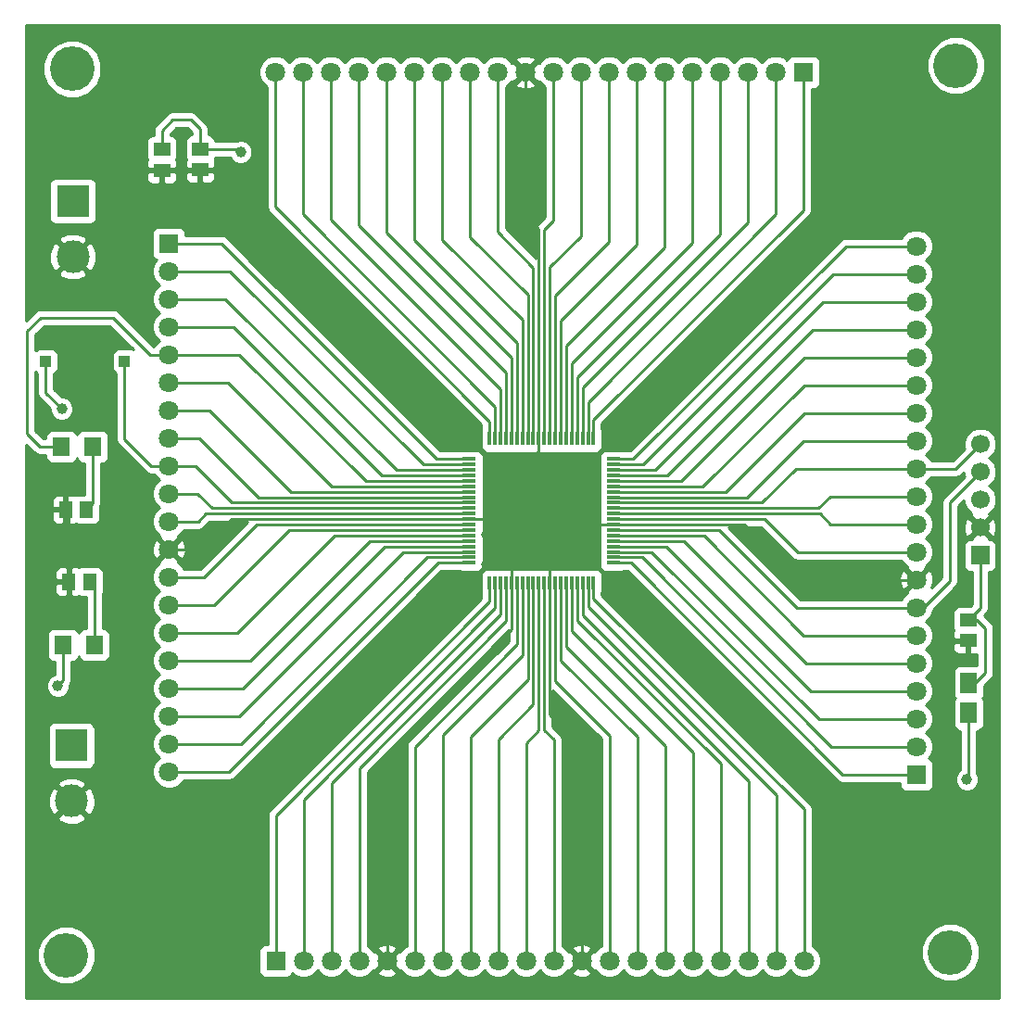
<source format=gtl>
G04 (created by PCBNEW (2013-07-07 BZR 4022)-stable) date 3/17/2015 10:38:49 AM*
%MOIN*%
G04 Gerber Fmt 3.4, Leading zero omitted, Abs format*
%FSLAX34Y34*%
G01*
G70*
G90*
G04 APERTURE LIST*
%ADD10C,0.00590551*%
%ADD11R,0.0394X0.0394*%
%ADD12R,0.0669291X0.0669291*%
%ADD13C,0.0669291*%
%ADD14R,0.0512X0.059*%
%ADD15R,0.059X0.0512*%
%ADD16R,0.1181X0.1181*%
%ADD17C,0.1181*%
%ADD18R,0.0629X0.0709*%
%ADD19R,0.0591X0.0768*%
%ADD20R,0.0511X0.0137*%
%ADD21R,0.0137X0.0511*%
%ADD22C,0.16*%
%ADD23R,0.0708661X0.0708661*%
%ADD24C,0.0708661*%
%ADD25C,0.0393701*%
%ADD26C,0.01*%
G04 APERTURE END LIST*
G54D10*
G54D11*
X44271Y-38838D03*
X47105Y-38838D03*
G54D12*
X77880Y-45820D03*
G54D13*
X77880Y-44820D03*
X77880Y-43820D03*
X77880Y-42820D03*
X77880Y-41820D03*
G54D14*
X45097Y-46771D03*
X45847Y-46771D03*
G54D15*
X49822Y-31949D03*
X49822Y-31199D03*
X48444Y-31969D03*
X48444Y-31219D03*
X77445Y-48888D03*
X77445Y-48138D03*
G54D14*
X44979Y-44173D03*
X45729Y-44173D03*
G54D16*
X45200Y-52660D03*
G54D17*
X45200Y-54660D03*
G54D18*
X45952Y-41909D03*
X44834Y-41909D03*
X46011Y-49035D03*
X44893Y-49035D03*
G54D19*
X77465Y-50412D03*
X77465Y-51494D03*
G54D20*
X59504Y-42350D03*
X59504Y-42547D03*
X59504Y-42744D03*
X59504Y-42941D03*
X59504Y-43138D03*
X59504Y-43335D03*
X59504Y-43532D03*
X59504Y-43728D03*
X59504Y-43925D03*
X59504Y-44122D03*
X59504Y-44318D03*
X59504Y-44515D03*
X59504Y-44712D03*
X59504Y-44908D03*
X59504Y-45105D03*
X59504Y-45302D03*
X59504Y-45499D03*
X59504Y-45696D03*
X59504Y-45893D03*
X59504Y-46090D03*
G54D21*
X60230Y-46816D03*
X60427Y-46816D03*
X60624Y-46816D03*
X60821Y-46816D03*
X61018Y-46816D03*
X61215Y-46816D03*
X61412Y-46816D03*
X61608Y-46816D03*
X61805Y-46816D03*
X62002Y-46816D03*
X62198Y-46816D03*
X62395Y-46816D03*
X62592Y-46816D03*
X62788Y-46816D03*
X62985Y-46816D03*
X63182Y-46816D03*
X63379Y-46816D03*
X63576Y-46816D03*
X63773Y-46816D03*
X63970Y-46816D03*
G54D20*
X64696Y-46090D03*
X64696Y-45893D03*
X64696Y-45696D03*
X64696Y-45499D03*
X64696Y-45302D03*
X64696Y-45105D03*
X64696Y-44908D03*
X64696Y-44712D03*
X64696Y-44515D03*
X64696Y-44318D03*
X64696Y-44122D03*
X64696Y-43925D03*
X64696Y-43728D03*
X64696Y-43532D03*
X64696Y-43335D03*
X64696Y-43138D03*
X64696Y-42941D03*
X64696Y-42744D03*
X64696Y-42547D03*
X64696Y-42350D03*
G54D21*
X63970Y-41624D03*
X63773Y-41624D03*
X63576Y-41624D03*
X63379Y-41624D03*
X63182Y-41624D03*
X62985Y-41624D03*
X62788Y-41624D03*
X62592Y-41624D03*
X62395Y-41624D03*
X62198Y-41624D03*
X62002Y-41624D03*
X61805Y-41624D03*
X61608Y-41624D03*
X61412Y-41624D03*
X61215Y-41624D03*
X61018Y-41624D03*
X60821Y-41624D03*
X60624Y-41624D03*
X60427Y-41624D03*
X60230Y-41624D03*
G54D22*
X45220Y-28320D03*
X45000Y-60200D03*
X77000Y-28200D03*
X76800Y-60100D03*
G54D23*
X52540Y-60400D03*
G54D24*
X53540Y-60400D03*
X54540Y-60400D03*
X55540Y-60400D03*
X56540Y-60400D03*
X57540Y-60400D03*
X58540Y-60400D03*
X59540Y-60400D03*
X60540Y-60400D03*
X61540Y-60400D03*
X62540Y-60400D03*
X63540Y-60400D03*
X64540Y-60400D03*
X65540Y-60400D03*
X66540Y-60400D03*
X67540Y-60400D03*
X68540Y-60400D03*
X69540Y-60400D03*
X70540Y-60400D03*
X71540Y-60400D03*
G54D23*
X48700Y-34600D03*
G54D24*
X48700Y-35600D03*
X48700Y-36600D03*
X48700Y-37600D03*
X48700Y-38600D03*
X48700Y-39600D03*
X48700Y-40600D03*
X48700Y-41600D03*
X48700Y-42600D03*
X48700Y-43600D03*
X48700Y-44600D03*
X48700Y-45600D03*
X48700Y-46600D03*
X48700Y-47600D03*
X48700Y-48600D03*
X48700Y-49600D03*
X48700Y-50600D03*
X48700Y-51600D03*
X48700Y-52600D03*
X48700Y-53600D03*
G54D23*
X75580Y-53700D03*
G54D24*
X75580Y-52700D03*
X75580Y-51700D03*
X75580Y-50700D03*
X75580Y-49700D03*
X75580Y-48700D03*
X75580Y-47700D03*
X75580Y-46700D03*
X75580Y-45700D03*
X75580Y-44700D03*
X75580Y-43700D03*
X75580Y-42700D03*
X75580Y-41700D03*
X75580Y-40700D03*
X75580Y-39700D03*
X75580Y-38700D03*
X75580Y-37700D03*
X75580Y-36700D03*
X75580Y-35700D03*
X75580Y-34700D03*
G54D23*
X71520Y-28440D03*
G54D24*
X70520Y-28440D03*
X69520Y-28440D03*
X68520Y-28440D03*
X67520Y-28440D03*
X66520Y-28440D03*
X65520Y-28440D03*
X64520Y-28440D03*
X63520Y-28440D03*
X62520Y-28440D03*
X61520Y-28440D03*
X60520Y-28440D03*
X59520Y-28440D03*
X58520Y-28440D03*
X57520Y-28440D03*
X56520Y-28440D03*
X55520Y-28440D03*
X54520Y-28440D03*
X53520Y-28440D03*
X52520Y-28440D03*
G54D16*
X45240Y-33080D03*
G54D17*
X45240Y-35080D03*
G54D25*
X63523Y-44960D03*
X62106Y-45649D03*
X60118Y-46161D03*
X60118Y-45078D03*
X61318Y-42677D03*
X77401Y-53877D03*
X44842Y-40551D03*
X44704Y-50511D03*
X51279Y-31318D03*
G54D26*
X64696Y-44712D02*
X69377Y-44712D01*
X71365Y-46700D02*
X75580Y-46700D01*
X69377Y-44712D02*
X71365Y-46700D01*
X62002Y-41624D02*
X62002Y-34068D01*
X61520Y-33586D02*
X61520Y-28440D01*
X62002Y-34068D02*
X61520Y-33586D01*
X56540Y-60400D02*
X56540Y-52967D01*
X61018Y-48489D02*
X61018Y-46816D01*
X56540Y-52967D02*
X61018Y-48489D01*
X63540Y-60400D02*
X63540Y-52673D01*
X62395Y-51528D02*
X62395Y-46816D01*
X63540Y-52673D02*
X62395Y-51528D01*
X45097Y-46771D02*
X45097Y-44291D01*
X45097Y-44291D02*
X44979Y-44173D01*
X64696Y-44712D02*
X64185Y-44712D01*
X63937Y-44960D02*
X63523Y-44960D01*
X64185Y-44712D02*
X63937Y-44960D01*
X62395Y-46816D02*
X62395Y-46253D01*
X62395Y-46253D02*
X62106Y-45964D01*
X62106Y-45964D02*
X62106Y-45649D01*
X61018Y-46816D02*
X61018Y-46372D01*
X60807Y-46161D02*
X60118Y-46161D01*
X61018Y-46372D02*
X60807Y-46161D01*
X59504Y-44515D02*
X60007Y-44515D01*
X60118Y-44625D02*
X60118Y-45078D01*
X60007Y-44515D02*
X60118Y-44625D01*
X62002Y-41624D02*
X62002Y-42072D01*
X61318Y-42401D02*
X61318Y-42677D01*
X61515Y-42204D02*
X61318Y-42401D01*
X61870Y-42204D02*
X61515Y-42204D01*
X62002Y-42072D02*
X61870Y-42204D01*
X59504Y-44515D02*
X50957Y-44515D01*
X49872Y-45600D02*
X48700Y-45600D01*
X50957Y-44515D02*
X49872Y-45600D01*
X44834Y-41909D02*
X44055Y-41909D01*
X48029Y-38600D02*
X48700Y-38600D01*
X46692Y-37263D02*
X48029Y-38600D01*
X44094Y-37263D02*
X46692Y-37263D01*
X43602Y-37755D02*
X44094Y-37263D01*
X43602Y-41456D02*
X43602Y-37755D01*
X44055Y-41909D02*
X43602Y-41456D01*
X59504Y-43138D02*
X55775Y-43138D01*
X51237Y-38600D02*
X48700Y-38600D01*
X55775Y-43138D02*
X51237Y-38600D01*
X77880Y-45820D02*
X77880Y-47704D01*
X77880Y-47704D02*
X77445Y-48138D01*
X47105Y-38838D02*
X47105Y-41633D01*
X48072Y-42600D02*
X48700Y-42600D01*
X47105Y-41633D02*
X48072Y-42600D01*
X77465Y-50412D02*
X77698Y-50412D01*
X77764Y-48138D02*
X77445Y-48138D01*
X78070Y-48444D02*
X77764Y-48138D01*
X78070Y-50039D02*
X78070Y-48444D01*
X77698Y-50412D02*
X78070Y-50039D01*
X59504Y-43925D02*
X50972Y-43925D01*
X50972Y-43925D02*
X49647Y-42600D01*
X49647Y-42600D02*
X48700Y-42600D01*
X75580Y-42700D02*
X77000Y-42700D01*
X77000Y-42700D02*
X77880Y-41820D01*
X64696Y-43925D02*
X70031Y-43925D01*
X71256Y-42700D02*
X75580Y-42700D01*
X70031Y-43925D02*
X71256Y-42700D01*
X75580Y-47700D02*
X75823Y-47700D01*
X76791Y-43908D02*
X77880Y-42820D01*
X76791Y-46732D02*
X76791Y-43908D01*
X75823Y-47700D02*
X76791Y-46732D01*
X64696Y-44908D02*
X68490Y-44908D01*
X71282Y-47700D02*
X75580Y-47700D01*
X68490Y-44908D02*
X71282Y-47700D01*
X61540Y-60400D02*
X61540Y-52574D01*
X62002Y-52112D02*
X62002Y-46816D01*
X61540Y-52574D02*
X62002Y-52112D01*
X61805Y-46816D02*
X61805Y-51187D01*
X60540Y-52452D02*
X60540Y-60400D01*
X61805Y-51187D02*
X60540Y-52452D01*
X61608Y-46816D02*
X61608Y-50281D01*
X59540Y-52349D02*
X59540Y-60400D01*
X61608Y-50281D02*
X59540Y-52349D01*
X58540Y-60400D02*
X58540Y-52267D01*
X61412Y-49395D02*
X61412Y-46816D01*
X58540Y-52267D02*
X61412Y-49395D01*
X62788Y-46816D02*
X62788Y-49599D01*
X65540Y-52351D02*
X65540Y-60400D01*
X62788Y-49599D02*
X65540Y-52351D01*
X62592Y-46816D02*
X62592Y-50347D01*
X64540Y-52295D02*
X64540Y-60400D01*
X62592Y-50347D02*
X64540Y-52295D01*
X64696Y-44318D02*
X72113Y-44318D01*
X72495Y-44700D02*
X75580Y-44700D01*
X72113Y-44318D02*
X72495Y-44700D01*
X64696Y-44515D02*
X70125Y-44515D01*
X71310Y-45700D02*
X75580Y-45700D01*
X70125Y-44515D02*
X71310Y-45700D01*
X64696Y-42744D02*
X66193Y-42744D01*
X72237Y-36700D02*
X75580Y-36700D01*
X66193Y-42744D02*
X72237Y-36700D01*
X64696Y-42941D02*
X66606Y-42941D01*
X71847Y-37700D02*
X75580Y-37700D01*
X66606Y-42941D02*
X71847Y-37700D01*
X64696Y-43138D02*
X67117Y-43138D01*
X71555Y-38700D02*
X75580Y-38700D01*
X67117Y-43138D02*
X71555Y-38700D01*
X64696Y-43335D02*
X67905Y-43335D01*
X71540Y-39700D02*
X75580Y-39700D01*
X67905Y-43335D02*
X71540Y-39700D01*
X64696Y-43532D02*
X68731Y-43532D01*
X71563Y-40700D02*
X75580Y-40700D01*
X68731Y-43532D02*
X71563Y-40700D01*
X64696Y-43728D02*
X69480Y-43728D01*
X71508Y-41700D02*
X75580Y-41700D01*
X69480Y-43728D02*
X71508Y-41700D01*
X63182Y-46816D02*
X63182Y-48556D01*
X67540Y-52914D02*
X67540Y-60400D01*
X63182Y-48556D02*
X67540Y-52914D01*
X62985Y-46816D02*
X62985Y-49126D01*
X66540Y-52681D02*
X66540Y-60400D01*
X62985Y-49126D02*
X66540Y-52681D01*
X64696Y-45696D02*
X66070Y-45696D01*
X72074Y-51700D02*
X75580Y-51700D01*
X66070Y-45696D02*
X72074Y-51700D01*
X64696Y-45499D02*
X66601Y-45499D01*
X71802Y-50700D02*
X75580Y-50700D01*
X66601Y-45499D02*
X71802Y-50700D01*
X64696Y-45302D02*
X67231Y-45302D01*
X71629Y-49700D02*
X75580Y-49700D01*
X67231Y-45302D02*
X71629Y-49700D01*
X64696Y-45105D02*
X67939Y-45105D01*
X71534Y-48700D02*
X75580Y-48700D01*
X67939Y-45105D02*
X71534Y-48700D01*
X63379Y-46816D02*
X63379Y-48162D01*
X68540Y-53323D02*
X68540Y-60400D01*
X63379Y-48162D02*
X68540Y-53323D01*
X63576Y-46816D02*
X63576Y-47965D01*
X69540Y-53929D02*
X69540Y-60400D01*
X63576Y-47965D02*
X69540Y-53929D01*
X61805Y-41624D02*
X61805Y-35466D01*
X60520Y-34181D02*
X60520Y-28440D01*
X61805Y-35466D02*
X60520Y-34181D01*
X62395Y-41624D02*
X62395Y-35459D01*
X63520Y-34334D02*
X63520Y-28440D01*
X62395Y-35459D02*
X63520Y-34334D01*
X62592Y-41624D02*
X62592Y-36463D01*
X64520Y-34535D02*
X64520Y-28440D01*
X62592Y-36463D02*
X64520Y-34535D01*
X62788Y-41624D02*
X62788Y-37389D01*
X65520Y-34657D02*
X65520Y-28440D01*
X62788Y-37389D02*
X65520Y-34657D01*
X62985Y-41624D02*
X62985Y-38294D01*
X66520Y-34759D02*
X66520Y-28440D01*
X62985Y-38294D02*
X66520Y-34759D01*
X63182Y-41624D02*
X63182Y-38924D01*
X67520Y-34586D02*
X67520Y-28440D01*
X63182Y-38924D02*
X67520Y-34586D01*
X63379Y-41624D02*
X63379Y-39416D01*
X68520Y-34275D02*
X68520Y-28440D01*
X63379Y-39416D02*
X68520Y-34275D01*
X63576Y-41624D02*
X63576Y-39790D01*
X69520Y-33846D02*
X69520Y-28440D01*
X63576Y-39790D02*
X69520Y-33846D01*
X48700Y-37600D02*
X51025Y-37600D01*
X56366Y-42941D02*
X59504Y-42941D01*
X51025Y-37600D02*
X56366Y-42941D01*
X59504Y-42744D02*
X56877Y-42744D01*
X50733Y-36600D02*
X48700Y-36600D01*
X56877Y-42744D02*
X50733Y-36600D01*
X60624Y-41624D02*
X60624Y-39836D01*
X54520Y-33732D02*
X54520Y-28440D01*
X60624Y-39836D02*
X54520Y-33732D01*
X60821Y-41624D02*
X60821Y-39246D01*
X55520Y-33945D02*
X55520Y-28440D01*
X60821Y-39246D02*
X55520Y-33945D01*
X61018Y-41624D02*
X61018Y-38714D01*
X56520Y-34216D02*
X56520Y-28440D01*
X61018Y-38714D02*
X56520Y-34216D01*
X61215Y-41624D02*
X61215Y-38163D01*
X57520Y-34468D02*
X57520Y-28440D01*
X61215Y-38163D02*
X57520Y-34468D01*
X61412Y-41624D02*
X61412Y-37356D01*
X58520Y-34464D02*
X58520Y-28440D01*
X61412Y-37356D02*
X58520Y-34464D01*
X61608Y-41624D02*
X61608Y-36450D01*
X59520Y-34362D02*
X59520Y-28440D01*
X61608Y-36450D02*
X59520Y-34362D01*
X60821Y-46816D02*
X60821Y-48194D01*
X55540Y-53475D02*
X55540Y-60400D01*
X60821Y-48194D02*
X55540Y-53475D01*
X60624Y-46816D02*
X60624Y-47938D01*
X54540Y-54022D02*
X54540Y-60400D01*
X60624Y-47938D02*
X54540Y-54022D01*
X59504Y-45696D02*
X57118Y-45696D01*
X51214Y-51600D02*
X48700Y-51600D01*
X57118Y-45696D02*
X51214Y-51600D01*
X48700Y-50600D02*
X51348Y-50600D01*
X56449Y-45499D02*
X59504Y-45499D01*
X51348Y-50600D02*
X56449Y-45499D01*
X59504Y-45302D02*
X55918Y-45302D01*
X51620Y-49600D02*
X48700Y-49600D01*
X55918Y-45302D02*
X51620Y-49600D01*
X48700Y-48600D02*
X51163Y-48600D01*
X54658Y-45105D02*
X59504Y-45105D01*
X51163Y-48600D02*
X54658Y-45105D01*
X48700Y-47600D02*
X50333Y-47600D01*
X53025Y-44908D02*
X59504Y-44908D01*
X50333Y-47600D02*
X53025Y-44908D01*
X48700Y-46600D02*
X49955Y-46600D01*
X51843Y-44712D02*
X59504Y-44712D01*
X49955Y-46600D02*
X51843Y-44712D01*
X48700Y-39600D02*
X50820Y-39600D01*
X54555Y-43335D02*
X59504Y-43335D01*
X50820Y-39600D02*
X54555Y-43335D01*
X59504Y-43532D02*
X53079Y-43532D01*
X50147Y-40600D02*
X48700Y-40600D01*
X53079Y-43532D02*
X50147Y-40600D01*
X48700Y-41600D02*
X49788Y-41600D01*
X51916Y-43728D02*
X59504Y-43728D01*
X49788Y-41600D02*
X51916Y-43728D01*
X48700Y-43600D02*
X49722Y-43600D01*
X50244Y-44122D02*
X59504Y-44122D01*
X49722Y-43600D02*
X50244Y-44122D01*
X60427Y-41624D02*
X60427Y-40466D01*
X53520Y-33559D02*
X53520Y-28440D01*
X60427Y-40466D02*
X53520Y-33559D01*
X60230Y-41624D02*
X60230Y-40997D01*
X52520Y-33287D02*
X52520Y-28440D01*
X60230Y-40997D02*
X52520Y-33287D01*
X59504Y-42350D02*
X58334Y-42350D01*
X50584Y-34600D02*
X48700Y-34600D01*
X58334Y-42350D02*
X50584Y-34600D01*
X48700Y-35600D02*
X50895Y-35600D01*
X57842Y-42547D02*
X59504Y-42547D01*
X50895Y-35600D02*
X57842Y-42547D01*
X53540Y-60400D02*
X53540Y-54609D01*
X60427Y-47722D02*
X60427Y-46816D01*
X53540Y-54609D02*
X60427Y-47722D01*
X60230Y-46816D02*
X60230Y-47486D01*
X52540Y-55176D02*
X52540Y-60400D01*
X60230Y-47486D02*
X52540Y-55176D01*
X59504Y-46090D02*
X58378Y-46090D01*
X50868Y-53600D02*
X48700Y-53600D01*
X58378Y-46090D02*
X50868Y-53600D01*
X48700Y-52600D02*
X51297Y-52600D01*
X58004Y-45893D02*
X59504Y-45893D01*
X51297Y-52600D02*
X58004Y-45893D01*
X63773Y-41624D02*
X63773Y-40301D01*
X70520Y-33554D02*
X70520Y-28440D01*
X63773Y-40301D02*
X70520Y-33554D01*
X63970Y-41624D02*
X63970Y-40951D01*
X71520Y-33401D02*
X71520Y-28440D01*
X63970Y-40951D02*
X71520Y-33401D01*
X64696Y-42350D02*
X65405Y-42350D01*
X73055Y-34700D02*
X75580Y-34700D01*
X65405Y-42350D02*
X73055Y-34700D01*
X64696Y-42547D02*
X65740Y-42547D01*
X72587Y-35700D02*
X75580Y-35700D01*
X65740Y-42547D02*
X72587Y-35700D01*
X63773Y-46816D02*
X63773Y-47690D01*
X70540Y-54457D02*
X70540Y-60400D01*
X63773Y-47690D02*
X70540Y-54457D01*
X63970Y-46816D02*
X63970Y-47375D01*
X71540Y-54945D02*
X71540Y-60400D01*
X63970Y-47375D02*
X71540Y-54945D01*
X64696Y-46090D02*
X65322Y-46090D01*
X72932Y-53700D02*
X75580Y-53700D01*
X65322Y-46090D02*
X72932Y-53700D01*
X64696Y-45893D02*
X65715Y-45893D01*
X72522Y-52700D02*
X75580Y-52700D01*
X65715Y-45893D02*
X72522Y-52700D01*
X77465Y-51494D02*
X77465Y-53813D01*
X77465Y-53813D02*
X77401Y-53877D01*
X44271Y-38838D02*
X44271Y-39980D01*
X44271Y-39980D02*
X44842Y-40551D01*
X64696Y-44122D02*
X72059Y-44122D01*
X72481Y-43700D02*
X75580Y-43700D01*
X72059Y-44122D02*
X72481Y-43700D01*
X62198Y-41624D02*
X62198Y-34101D01*
X62520Y-33779D02*
X62520Y-28440D01*
X62198Y-34101D02*
X62520Y-33779D01*
X61215Y-46816D02*
X61215Y-49021D01*
X57540Y-52696D02*
X57540Y-60400D01*
X61215Y-49021D02*
X57540Y-52696D01*
X62540Y-60400D02*
X62540Y-52441D01*
X62198Y-52099D02*
X62198Y-46816D01*
X62540Y-52441D02*
X62198Y-52099D01*
X44893Y-49035D02*
X44893Y-50322D01*
X44893Y-50322D02*
X44704Y-50511D01*
X49822Y-31199D02*
X51160Y-31199D01*
X51160Y-31199D02*
X51279Y-31318D01*
X48444Y-31219D02*
X48444Y-30551D01*
X49822Y-30492D02*
X49822Y-31199D01*
X49488Y-30157D02*
X49822Y-30492D01*
X48838Y-30157D02*
X49488Y-30157D01*
X48444Y-30551D02*
X48838Y-30157D01*
X48700Y-44600D02*
X49750Y-44600D01*
X50032Y-44318D02*
X59504Y-44318D01*
X49750Y-44600D02*
X50032Y-44318D01*
X46011Y-49035D02*
X46011Y-46935D01*
X46011Y-46935D02*
X45847Y-46771D01*
X45952Y-41909D02*
X45952Y-43949D01*
X45952Y-43949D02*
X45729Y-44173D01*
G54D10*
G36*
X77308Y-42967D02*
X76579Y-43696D01*
X76514Y-43793D01*
X76491Y-43908D01*
X76491Y-46608D01*
X76122Y-46977D01*
X76188Y-46794D01*
X76178Y-46554D01*
X76106Y-46379D01*
X76005Y-46345D01*
X75650Y-46700D01*
X75656Y-46705D01*
X75585Y-46776D01*
X75580Y-46770D01*
X75509Y-46841D01*
X75509Y-46700D01*
X75154Y-46345D01*
X75053Y-46379D01*
X74971Y-46605D01*
X74981Y-46845D01*
X75053Y-47020D01*
X75154Y-47054D01*
X75509Y-46700D01*
X75509Y-46841D01*
X75225Y-47125D01*
X75245Y-47184D01*
X75238Y-47187D01*
X75067Y-47357D01*
X75050Y-47400D01*
X71406Y-47400D01*
X68821Y-44815D01*
X70000Y-44815D01*
X71098Y-45912D01*
X71098Y-45912D01*
X71195Y-45977D01*
X71310Y-46000D01*
X75050Y-46000D01*
X75067Y-46041D01*
X75237Y-46212D01*
X75245Y-46215D01*
X75225Y-46274D01*
X75580Y-46629D01*
X75934Y-46274D01*
X75914Y-46215D01*
X75921Y-46212D01*
X76092Y-46042D01*
X76184Y-45820D01*
X76184Y-45580D01*
X76092Y-45358D01*
X75934Y-45199D01*
X76092Y-45042D01*
X76184Y-44820D01*
X76184Y-44580D01*
X76092Y-44358D01*
X75934Y-44199D01*
X76092Y-44042D01*
X76184Y-43820D01*
X76184Y-43580D01*
X76092Y-43358D01*
X75934Y-43199D01*
X76092Y-43042D01*
X76109Y-43000D01*
X77000Y-43000D01*
X77000Y-42999D01*
X77114Y-42977D01*
X77114Y-42977D01*
X77212Y-42912D01*
X77295Y-42828D01*
X77295Y-42935D01*
X77308Y-42967D01*
X77308Y-42967D01*
G37*
G54D26*
X77308Y-42967D02*
X76579Y-43696D01*
X76514Y-43793D01*
X76491Y-43908D01*
X76491Y-46608D01*
X76122Y-46977D01*
X76188Y-46794D01*
X76178Y-46554D01*
X76106Y-46379D01*
X76005Y-46345D01*
X75650Y-46700D01*
X75656Y-46705D01*
X75585Y-46776D01*
X75580Y-46770D01*
X75509Y-46841D01*
X75509Y-46700D01*
X75154Y-46345D01*
X75053Y-46379D01*
X74971Y-46605D01*
X74981Y-46845D01*
X75053Y-47020D01*
X75154Y-47054D01*
X75509Y-46700D01*
X75509Y-46841D01*
X75225Y-47125D01*
X75245Y-47184D01*
X75238Y-47187D01*
X75067Y-47357D01*
X75050Y-47400D01*
X71406Y-47400D01*
X68821Y-44815D01*
X70000Y-44815D01*
X71098Y-45912D01*
X71098Y-45912D01*
X71195Y-45977D01*
X71310Y-46000D01*
X75050Y-46000D01*
X75067Y-46041D01*
X75237Y-46212D01*
X75245Y-46215D01*
X75225Y-46274D01*
X75580Y-46629D01*
X75934Y-46274D01*
X75914Y-46215D01*
X75921Y-46212D01*
X76092Y-46042D01*
X76184Y-45820D01*
X76184Y-45580D01*
X76092Y-45358D01*
X75934Y-45199D01*
X76092Y-45042D01*
X76184Y-44820D01*
X76184Y-44580D01*
X76092Y-44358D01*
X75934Y-44199D01*
X76092Y-44042D01*
X76184Y-43820D01*
X76184Y-43580D01*
X76092Y-43358D01*
X75934Y-43199D01*
X76092Y-43042D01*
X76109Y-43000D01*
X77000Y-43000D01*
X77000Y-42999D01*
X77114Y-42977D01*
X77114Y-42977D01*
X77212Y-42912D01*
X77295Y-42828D01*
X77295Y-42935D01*
X77308Y-42967D01*
G54D10*
G36*
X78550Y-61750D02*
X78469Y-61750D01*
X78469Y-44910D01*
X78464Y-44809D01*
X78464Y-43704D01*
X78375Y-43489D01*
X78211Y-43324D01*
X78200Y-43320D01*
X78210Y-43315D01*
X78375Y-43151D01*
X78464Y-42936D01*
X78464Y-42704D01*
X78375Y-42489D01*
X78211Y-42324D01*
X78200Y-42320D01*
X78210Y-42315D01*
X78375Y-42151D01*
X78464Y-41936D01*
X78464Y-41704D01*
X78375Y-41489D01*
X78211Y-41324D01*
X78050Y-41257D01*
X78050Y-27992D01*
X77890Y-27606D01*
X77595Y-27310D01*
X77209Y-27150D01*
X76792Y-27149D01*
X76406Y-27309D01*
X76110Y-27604D01*
X75950Y-27990D01*
X75949Y-28407D01*
X76109Y-28794D01*
X76404Y-29089D01*
X76790Y-29249D01*
X77207Y-29250D01*
X77594Y-29090D01*
X77889Y-28795D01*
X78049Y-28409D01*
X78050Y-27992D01*
X78050Y-41257D01*
X77996Y-41235D01*
X77764Y-41235D01*
X77549Y-41324D01*
X77384Y-41488D01*
X77295Y-41703D01*
X77295Y-41935D01*
X77308Y-41967D01*
X76875Y-42400D01*
X76109Y-42400D01*
X76092Y-42358D01*
X75934Y-42199D01*
X76092Y-42042D01*
X76184Y-41820D01*
X76184Y-41580D01*
X76092Y-41358D01*
X75934Y-41199D01*
X76092Y-41042D01*
X76184Y-40820D01*
X76184Y-40580D01*
X76092Y-40358D01*
X75934Y-40199D01*
X76092Y-40042D01*
X76184Y-39820D01*
X76184Y-39580D01*
X76092Y-39358D01*
X75934Y-39199D01*
X76092Y-39042D01*
X76184Y-38820D01*
X76184Y-38580D01*
X76092Y-38358D01*
X75934Y-38199D01*
X76092Y-38042D01*
X76184Y-37820D01*
X76184Y-37580D01*
X76092Y-37358D01*
X75934Y-37199D01*
X76092Y-37042D01*
X76184Y-36820D01*
X76184Y-36580D01*
X76092Y-36358D01*
X75934Y-36199D01*
X76092Y-36042D01*
X76184Y-35820D01*
X76184Y-35580D01*
X76092Y-35358D01*
X75934Y-35199D01*
X76092Y-35042D01*
X76184Y-34820D01*
X76184Y-34580D01*
X76092Y-34358D01*
X75922Y-34187D01*
X75700Y-34095D01*
X75460Y-34095D01*
X75238Y-34187D01*
X75067Y-34357D01*
X75050Y-34400D01*
X73055Y-34400D01*
X72941Y-34422D01*
X72843Y-34487D01*
X72124Y-35207D01*
X72124Y-28744D01*
X72124Y-28036D01*
X72086Y-27944D01*
X72016Y-27873D01*
X71924Y-27835D01*
X71824Y-27835D01*
X71116Y-27835D01*
X71024Y-27873D01*
X70953Y-27943D01*
X70931Y-27997D01*
X70862Y-27927D01*
X70640Y-27835D01*
X70400Y-27835D01*
X70178Y-27927D01*
X70019Y-28085D01*
X69862Y-27927D01*
X69640Y-27835D01*
X69400Y-27835D01*
X69178Y-27927D01*
X69019Y-28085D01*
X68862Y-27927D01*
X68640Y-27835D01*
X68400Y-27835D01*
X68178Y-27927D01*
X68019Y-28085D01*
X67862Y-27927D01*
X67640Y-27835D01*
X67400Y-27835D01*
X67178Y-27927D01*
X67019Y-28085D01*
X66862Y-27927D01*
X66640Y-27835D01*
X66400Y-27835D01*
X66178Y-27927D01*
X66019Y-28085D01*
X65862Y-27927D01*
X65640Y-27835D01*
X65400Y-27835D01*
X65178Y-27927D01*
X65019Y-28085D01*
X64862Y-27927D01*
X64640Y-27835D01*
X64400Y-27835D01*
X64178Y-27927D01*
X64019Y-28085D01*
X63862Y-27927D01*
X63640Y-27835D01*
X63400Y-27835D01*
X63178Y-27927D01*
X63019Y-28085D01*
X62862Y-27927D01*
X62640Y-27835D01*
X62400Y-27835D01*
X62178Y-27927D01*
X62007Y-28097D01*
X62004Y-28105D01*
X61945Y-28085D01*
X61874Y-28156D01*
X61874Y-28014D01*
X61840Y-27913D01*
X61614Y-27831D01*
X61374Y-27841D01*
X61199Y-27913D01*
X61165Y-28014D01*
X61520Y-28369D01*
X61874Y-28014D01*
X61874Y-28156D01*
X61590Y-28440D01*
X61945Y-28794D01*
X62004Y-28774D01*
X62007Y-28781D01*
X62177Y-28952D01*
X62220Y-28969D01*
X62220Y-33654D01*
X61985Y-33889D01*
X61920Y-33986D01*
X61898Y-34101D01*
X61898Y-35135D01*
X61874Y-35111D01*
X61874Y-28865D01*
X61520Y-28510D01*
X61165Y-28865D01*
X61199Y-28966D01*
X61425Y-29048D01*
X61665Y-29038D01*
X61840Y-28966D01*
X61874Y-28865D01*
X61874Y-35111D01*
X60820Y-34057D01*
X60820Y-28969D01*
X60861Y-28952D01*
X61032Y-28782D01*
X61035Y-28774D01*
X61094Y-28794D01*
X61449Y-28440D01*
X61094Y-28085D01*
X61035Y-28105D01*
X61032Y-28098D01*
X60862Y-27927D01*
X60640Y-27835D01*
X60400Y-27835D01*
X60178Y-27927D01*
X60019Y-28085D01*
X59862Y-27927D01*
X59640Y-27835D01*
X59400Y-27835D01*
X59178Y-27927D01*
X59019Y-28085D01*
X58862Y-27927D01*
X58640Y-27835D01*
X58400Y-27835D01*
X58178Y-27927D01*
X58019Y-28085D01*
X57862Y-27927D01*
X57640Y-27835D01*
X57400Y-27835D01*
X57178Y-27927D01*
X57019Y-28085D01*
X56862Y-27927D01*
X56640Y-27835D01*
X56400Y-27835D01*
X56178Y-27927D01*
X56019Y-28085D01*
X55862Y-27927D01*
X55640Y-27835D01*
X55400Y-27835D01*
X55178Y-27927D01*
X55019Y-28085D01*
X54862Y-27927D01*
X54640Y-27835D01*
X54400Y-27835D01*
X54178Y-27927D01*
X54019Y-28085D01*
X53862Y-27927D01*
X53640Y-27835D01*
X53400Y-27835D01*
X53178Y-27927D01*
X53019Y-28085D01*
X52862Y-27927D01*
X52640Y-27835D01*
X52400Y-27835D01*
X52178Y-27927D01*
X52007Y-28097D01*
X51915Y-28319D01*
X51915Y-28559D01*
X52007Y-28781D01*
X52177Y-28952D01*
X52220Y-28969D01*
X52220Y-33287D01*
X52242Y-33402D01*
X52307Y-33499D01*
X59930Y-41121D01*
X59930Y-41274D01*
X59911Y-41318D01*
X59911Y-41418D01*
X59911Y-41929D01*
X59949Y-42020D01*
X60019Y-42091D01*
X60111Y-42129D01*
X60211Y-42129D01*
X60348Y-42129D01*
X60348Y-42129D01*
X60408Y-42129D01*
X60545Y-42129D01*
X60545Y-42129D01*
X60605Y-42129D01*
X60742Y-42129D01*
X60742Y-42129D01*
X60802Y-42129D01*
X60939Y-42129D01*
X60939Y-42129D01*
X60999Y-42129D01*
X61136Y-42129D01*
X61136Y-42129D01*
X61196Y-42129D01*
X61333Y-42129D01*
X61333Y-42129D01*
X61393Y-42129D01*
X61530Y-42129D01*
X61530Y-42129D01*
X61589Y-42129D01*
X61726Y-42129D01*
X61726Y-42129D01*
X61786Y-42129D01*
X61883Y-42129D01*
X61923Y-42129D01*
X62001Y-42097D01*
X62079Y-42129D01*
X62098Y-42129D01*
X62098Y-42129D01*
X62120Y-42129D01*
X62120Y-42129D01*
X62179Y-42129D01*
X62316Y-42129D01*
X62316Y-42129D01*
X62376Y-42129D01*
X62513Y-42129D01*
X62513Y-42129D01*
X62573Y-42129D01*
X62710Y-42129D01*
X62710Y-42129D01*
X62769Y-42129D01*
X62906Y-42129D01*
X62906Y-42129D01*
X62966Y-42129D01*
X63103Y-42129D01*
X63103Y-42129D01*
X63163Y-42129D01*
X63300Y-42129D01*
X63300Y-42129D01*
X63360Y-42129D01*
X63497Y-42129D01*
X63497Y-42129D01*
X63557Y-42129D01*
X63694Y-42129D01*
X63694Y-42129D01*
X63754Y-42129D01*
X63891Y-42129D01*
X63891Y-42129D01*
X63951Y-42129D01*
X64088Y-42129D01*
X64179Y-42091D01*
X64250Y-42021D01*
X64288Y-41929D01*
X64288Y-41829D01*
X64288Y-41318D01*
X64270Y-41274D01*
X64270Y-41075D01*
X71732Y-33613D01*
X71732Y-33613D01*
X71797Y-33516D01*
X71819Y-33401D01*
X71820Y-33401D01*
X71820Y-29044D01*
X71923Y-29044D01*
X72015Y-29006D01*
X72086Y-28936D01*
X72124Y-28844D01*
X72124Y-28744D01*
X72124Y-35207D01*
X65281Y-42050D01*
X65045Y-42050D01*
X65001Y-42031D01*
X64901Y-42031D01*
X64390Y-42031D01*
X64299Y-42069D01*
X64228Y-42139D01*
X64190Y-42231D01*
X64190Y-42331D01*
X64190Y-42468D01*
X64190Y-42468D01*
X64190Y-42528D01*
X64190Y-42665D01*
X64190Y-42665D01*
X64190Y-42725D01*
X64190Y-42862D01*
X64190Y-42862D01*
X64190Y-42922D01*
X64190Y-43059D01*
X64190Y-43059D01*
X64190Y-43119D01*
X64190Y-43256D01*
X64190Y-43256D01*
X64190Y-43316D01*
X64190Y-43453D01*
X64190Y-43453D01*
X64190Y-43513D01*
X64190Y-43650D01*
X64190Y-43650D01*
X64190Y-43709D01*
X64190Y-43846D01*
X64190Y-43846D01*
X64190Y-43906D01*
X64190Y-44043D01*
X64190Y-44043D01*
X64190Y-44103D01*
X64190Y-44240D01*
X64190Y-44240D01*
X64190Y-44299D01*
X64190Y-44436D01*
X64190Y-44436D01*
X64190Y-44496D01*
X64190Y-44633D01*
X64190Y-44633D01*
X64190Y-44615D01*
X64190Y-44615D01*
X64190Y-44633D01*
X64222Y-44711D01*
X64190Y-44789D01*
X64190Y-44808D01*
X64190Y-44808D01*
X64190Y-44810D01*
X64190Y-44889D01*
X64190Y-45026D01*
X64190Y-45026D01*
X64190Y-45086D01*
X64190Y-45223D01*
X64190Y-45223D01*
X64190Y-45283D01*
X64190Y-45420D01*
X64190Y-45420D01*
X64190Y-45480D01*
X64190Y-45617D01*
X64190Y-45617D01*
X64190Y-45677D01*
X64190Y-45814D01*
X64190Y-45814D01*
X64190Y-45874D01*
X64190Y-46011D01*
X64190Y-46011D01*
X64190Y-46071D01*
X64190Y-46208D01*
X64228Y-46299D01*
X64298Y-46370D01*
X64390Y-46408D01*
X64490Y-46408D01*
X65001Y-46408D01*
X65045Y-46390D01*
X65198Y-46390D01*
X72720Y-53912D01*
X72720Y-53912D01*
X72817Y-53977D01*
X72932Y-54000D01*
X74975Y-54000D01*
X74975Y-54103D01*
X75013Y-54195D01*
X75083Y-54266D01*
X75175Y-54304D01*
X75275Y-54304D01*
X75983Y-54304D01*
X76075Y-54266D01*
X76146Y-54196D01*
X76184Y-54104D01*
X76184Y-54004D01*
X76184Y-53296D01*
X76146Y-53204D01*
X76076Y-53133D01*
X76022Y-53111D01*
X76092Y-53042D01*
X76184Y-52820D01*
X76184Y-52580D01*
X76092Y-52358D01*
X75934Y-52199D01*
X76092Y-52042D01*
X76184Y-51820D01*
X76184Y-51580D01*
X76092Y-51358D01*
X75934Y-51199D01*
X76092Y-51042D01*
X76184Y-50820D01*
X76184Y-50580D01*
X76092Y-50358D01*
X75934Y-50199D01*
X76092Y-50042D01*
X76184Y-49820D01*
X76184Y-49580D01*
X76092Y-49358D01*
X75934Y-49199D01*
X76092Y-49042D01*
X76184Y-48820D01*
X76184Y-48580D01*
X76092Y-48358D01*
X75934Y-48199D01*
X76092Y-48042D01*
X76184Y-47820D01*
X76184Y-47763D01*
X77003Y-46944D01*
X77003Y-46944D01*
X77068Y-46847D01*
X77091Y-46732D01*
X77091Y-46732D01*
X77091Y-44032D01*
X77295Y-43828D01*
X77295Y-43935D01*
X77384Y-44150D01*
X77548Y-44315D01*
X77567Y-44323D01*
X77539Y-44408D01*
X77880Y-44749D01*
X78220Y-44408D01*
X78192Y-44323D01*
X78210Y-44315D01*
X78375Y-44151D01*
X78464Y-43936D01*
X78464Y-43704D01*
X78464Y-44809D01*
X78458Y-44677D01*
X78389Y-44511D01*
X78291Y-44479D01*
X77950Y-44820D01*
X78291Y-45160D01*
X78389Y-45128D01*
X78469Y-44910D01*
X78469Y-61750D01*
X78464Y-61750D01*
X78464Y-46105D01*
X78464Y-45435D01*
X78426Y-45343D01*
X78356Y-45273D01*
X78264Y-45235D01*
X78218Y-45235D01*
X78220Y-45231D01*
X77880Y-44890D01*
X77809Y-44961D01*
X77809Y-44820D01*
X77468Y-44479D01*
X77370Y-44511D01*
X77290Y-44729D01*
X77301Y-44962D01*
X77370Y-45128D01*
X77468Y-45160D01*
X77809Y-44820D01*
X77809Y-44961D01*
X77539Y-45231D01*
X77541Y-45235D01*
X77495Y-45235D01*
X77403Y-45273D01*
X77333Y-45343D01*
X77295Y-45435D01*
X77295Y-45534D01*
X77295Y-46204D01*
X77333Y-46296D01*
X77403Y-46366D01*
X77495Y-46404D01*
X77580Y-46404D01*
X77580Y-47579D01*
X77527Y-47632D01*
X77101Y-47632D01*
X77009Y-47670D01*
X76939Y-47740D01*
X76901Y-47832D01*
X76900Y-47931D01*
X76900Y-48443D01*
X76929Y-48513D01*
X76900Y-48582D01*
X76900Y-48775D01*
X76963Y-48838D01*
X77395Y-48838D01*
X77395Y-48830D01*
X77495Y-48830D01*
X77495Y-48838D01*
X77503Y-48838D01*
X77503Y-48938D01*
X77495Y-48938D01*
X77495Y-49331D01*
X77558Y-49394D01*
X77691Y-49394D01*
X77770Y-49394D01*
X77770Y-49778D01*
X77711Y-49778D01*
X77395Y-49778D01*
X77395Y-49331D01*
X77395Y-48938D01*
X76963Y-48938D01*
X76900Y-49000D01*
X76900Y-49193D01*
X76938Y-49285D01*
X77009Y-49355D01*
X77101Y-49394D01*
X77200Y-49394D01*
X77333Y-49394D01*
X77395Y-49331D01*
X77395Y-49778D01*
X77120Y-49778D01*
X77029Y-49816D01*
X76958Y-49886D01*
X76920Y-49978D01*
X76920Y-50077D01*
X76920Y-50845D01*
X76958Y-50937D01*
X76973Y-50953D01*
X76958Y-50968D01*
X76920Y-51060D01*
X76920Y-51159D01*
X76920Y-51927D01*
X76958Y-52019D01*
X77028Y-52089D01*
X77120Y-52128D01*
X77165Y-52128D01*
X77165Y-53515D01*
X77161Y-53517D01*
X77041Y-53636D01*
X76976Y-53793D01*
X76976Y-53962D01*
X77041Y-54118D01*
X77160Y-54238D01*
X77316Y-54302D01*
X77485Y-54303D01*
X77642Y-54238D01*
X77761Y-54119D01*
X77826Y-53962D01*
X77826Y-53793D01*
X77765Y-53646D01*
X77765Y-52128D01*
X77810Y-52128D01*
X77902Y-52090D01*
X77973Y-52019D01*
X78011Y-51928D01*
X78011Y-51828D01*
X78011Y-51060D01*
X77973Y-50968D01*
X77958Y-50953D01*
X77973Y-50937D01*
X78011Y-50846D01*
X78011Y-50746D01*
X78011Y-50522D01*
X78282Y-50251D01*
X78282Y-50251D01*
X78348Y-50154D01*
X78370Y-50039D01*
X78370Y-50039D01*
X78370Y-48444D01*
X78348Y-48330D01*
X78282Y-48232D01*
X78282Y-48232D01*
X78029Y-47979D01*
X78092Y-47916D01*
X78157Y-47818D01*
X78157Y-47818D01*
X78179Y-47704D01*
X78180Y-47704D01*
X78180Y-46404D01*
X78264Y-46404D01*
X78356Y-46366D01*
X78426Y-46296D01*
X78464Y-46204D01*
X78464Y-46105D01*
X78464Y-61750D01*
X77850Y-61750D01*
X77850Y-59892D01*
X77690Y-59506D01*
X77395Y-59210D01*
X77009Y-59050D01*
X76592Y-59049D01*
X76206Y-59209D01*
X75910Y-59504D01*
X75750Y-59890D01*
X75749Y-60307D01*
X75909Y-60694D01*
X76204Y-60989D01*
X76590Y-61149D01*
X77007Y-61150D01*
X77394Y-60990D01*
X77689Y-60695D01*
X77849Y-60309D01*
X77850Y-59892D01*
X77850Y-61750D01*
X72144Y-61750D01*
X72144Y-60280D01*
X72052Y-60058D01*
X71882Y-59887D01*
X71840Y-59870D01*
X71840Y-54945D01*
X71817Y-54830D01*
X71752Y-54733D01*
X71752Y-54733D01*
X64270Y-47251D01*
X64270Y-47165D01*
X64288Y-47121D01*
X64288Y-47021D01*
X64288Y-46510D01*
X64250Y-46419D01*
X64180Y-46348D01*
X64088Y-46310D01*
X63988Y-46310D01*
X63851Y-46310D01*
X63851Y-46310D01*
X63791Y-46310D01*
X63654Y-46310D01*
X63654Y-46310D01*
X63594Y-46310D01*
X63457Y-46310D01*
X63457Y-46310D01*
X63397Y-46310D01*
X63260Y-46310D01*
X63260Y-46310D01*
X63200Y-46310D01*
X63063Y-46310D01*
X63063Y-46310D01*
X63003Y-46310D01*
X62866Y-46310D01*
X62866Y-46310D01*
X62806Y-46310D01*
X62669Y-46310D01*
X62669Y-46310D01*
X62610Y-46310D01*
X62513Y-46310D01*
X62473Y-46310D01*
X62394Y-46343D01*
X62316Y-46310D01*
X62298Y-46310D01*
X62298Y-46310D01*
X62276Y-46310D01*
X62276Y-46310D01*
X62216Y-46310D01*
X62079Y-46310D01*
X62079Y-46310D01*
X62020Y-46310D01*
X61883Y-46310D01*
X61883Y-46310D01*
X61823Y-46310D01*
X61686Y-46310D01*
X61686Y-46310D01*
X61626Y-46310D01*
X61489Y-46310D01*
X61489Y-46310D01*
X61430Y-46310D01*
X61293Y-46310D01*
X61293Y-46310D01*
X61233Y-46310D01*
X61136Y-46310D01*
X61096Y-46310D01*
X61017Y-46343D01*
X60939Y-46310D01*
X60921Y-46310D01*
X60921Y-46310D01*
X60899Y-46310D01*
X60899Y-46310D01*
X60839Y-46310D01*
X60702Y-46310D01*
X60702Y-46310D01*
X60642Y-46310D01*
X60505Y-46310D01*
X60505Y-46310D01*
X60445Y-46310D01*
X60308Y-46310D01*
X60308Y-46310D01*
X60248Y-46310D01*
X60111Y-46310D01*
X60020Y-46348D01*
X59949Y-46418D01*
X59911Y-46510D01*
X59911Y-46610D01*
X59911Y-47121D01*
X59930Y-47165D01*
X59930Y-47362D01*
X52327Y-54964D01*
X52262Y-55061D01*
X52240Y-55176D01*
X52240Y-59795D01*
X52136Y-59795D01*
X52044Y-59833D01*
X51973Y-59903D01*
X51935Y-59995D01*
X51935Y-60095D01*
X51935Y-60803D01*
X51973Y-60895D01*
X52043Y-60966D01*
X52135Y-61004D01*
X52235Y-61004D01*
X52943Y-61004D01*
X53035Y-60966D01*
X53106Y-60896D01*
X53128Y-60842D01*
X53197Y-60912D01*
X53419Y-61004D01*
X53659Y-61004D01*
X53881Y-60912D01*
X54040Y-60754D01*
X54197Y-60912D01*
X54419Y-61004D01*
X54659Y-61004D01*
X54881Y-60912D01*
X55040Y-60754D01*
X55197Y-60912D01*
X55419Y-61004D01*
X55659Y-61004D01*
X55881Y-60912D01*
X56052Y-60742D01*
X56055Y-60734D01*
X56114Y-60754D01*
X56469Y-60400D01*
X56114Y-60045D01*
X56055Y-60065D01*
X56052Y-60058D01*
X55882Y-59887D01*
X55840Y-59870D01*
X55840Y-53600D01*
X60915Y-48525D01*
X60915Y-48896D01*
X57327Y-52484D01*
X57262Y-52581D01*
X57240Y-52696D01*
X57240Y-59870D01*
X57198Y-59887D01*
X57027Y-60057D01*
X57024Y-60065D01*
X56965Y-60045D01*
X56894Y-60116D01*
X56894Y-59974D01*
X56860Y-59873D01*
X56634Y-59791D01*
X56394Y-59801D01*
X56219Y-59873D01*
X56185Y-59974D01*
X56540Y-60329D01*
X56894Y-59974D01*
X56894Y-60116D01*
X56610Y-60400D01*
X56965Y-60754D01*
X57024Y-60734D01*
X57027Y-60741D01*
X57197Y-60912D01*
X57419Y-61004D01*
X57659Y-61004D01*
X57881Y-60912D01*
X58040Y-60754D01*
X58197Y-60912D01*
X58419Y-61004D01*
X58659Y-61004D01*
X58881Y-60912D01*
X59040Y-60754D01*
X59197Y-60912D01*
X59419Y-61004D01*
X59659Y-61004D01*
X59881Y-60912D01*
X60040Y-60754D01*
X60197Y-60912D01*
X60419Y-61004D01*
X60659Y-61004D01*
X60881Y-60912D01*
X61040Y-60754D01*
X61197Y-60912D01*
X61419Y-61004D01*
X61659Y-61004D01*
X61881Y-60912D01*
X62040Y-60754D01*
X62197Y-60912D01*
X62419Y-61004D01*
X62659Y-61004D01*
X62881Y-60912D01*
X63052Y-60742D01*
X63055Y-60734D01*
X63114Y-60754D01*
X63469Y-60400D01*
X63114Y-60045D01*
X63055Y-60065D01*
X63052Y-60058D01*
X62882Y-59887D01*
X62840Y-59870D01*
X62840Y-52441D01*
X62817Y-52326D01*
X62817Y-52326D01*
X62752Y-52229D01*
X62498Y-51975D01*
X62498Y-50678D01*
X64240Y-52420D01*
X64240Y-59870D01*
X64198Y-59887D01*
X64027Y-60057D01*
X64024Y-60065D01*
X63965Y-60045D01*
X63894Y-60116D01*
X63894Y-59974D01*
X63860Y-59873D01*
X63634Y-59791D01*
X63394Y-59801D01*
X63219Y-59873D01*
X63185Y-59974D01*
X63540Y-60329D01*
X63894Y-59974D01*
X63894Y-60116D01*
X63610Y-60400D01*
X63965Y-60754D01*
X64024Y-60734D01*
X64027Y-60741D01*
X64197Y-60912D01*
X64419Y-61004D01*
X64659Y-61004D01*
X64881Y-60912D01*
X65040Y-60754D01*
X65197Y-60912D01*
X65419Y-61004D01*
X65659Y-61004D01*
X65881Y-60912D01*
X66040Y-60754D01*
X66197Y-60912D01*
X66419Y-61004D01*
X66659Y-61004D01*
X66881Y-60912D01*
X67040Y-60754D01*
X67197Y-60912D01*
X67419Y-61004D01*
X67659Y-61004D01*
X67881Y-60912D01*
X68040Y-60754D01*
X68197Y-60912D01*
X68419Y-61004D01*
X68659Y-61004D01*
X68881Y-60912D01*
X69040Y-60754D01*
X69197Y-60912D01*
X69419Y-61004D01*
X69659Y-61004D01*
X69881Y-60912D01*
X70040Y-60754D01*
X70197Y-60912D01*
X70419Y-61004D01*
X70659Y-61004D01*
X70881Y-60912D01*
X71040Y-60754D01*
X71197Y-60912D01*
X71419Y-61004D01*
X71659Y-61004D01*
X71881Y-60912D01*
X72052Y-60742D01*
X72144Y-60520D01*
X72144Y-60280D01*
X72144Y-61750D01*
X63894Y-61750D01*
X63894Y-60825D01*
X63540Y-60470D01*
X63185Y-60825D01*
X63219Y-60926D01*
X63445Y-61008D01*
X63685Y-60998D01*
X63860Y-60926D01*
X63894Y-60825D01*
X63894Y-61750D01*
X56894Y-61750D01*
X56894Y-60825D01*
X56540Y-60470D01*
X56185Y-60825D01*
X56219Y-60926D01*
X56445Y-61008D01*
X56685Y-60998D01*
X56860Y-60926D01*
X56894Y-60825D01*
X56894Y-61750D01*
X46576Y-61750D01*
X46576Y-49340D01*
X46576Y-48631D01*
X46538Y-48539D01*
X46468Y-48469D01*
X46376Y-48430D01*
X46311Y-48430D01*
X46311Y-47211D01*
X46315Y-47208D01*
X46353Y-47116D01*
X46353Y-47017D01*
X46353Y-46427D01*
X46315Y-46335D01*
X46245Y-46264D01*
X46153Y-46226D01*
X46053Y-46226D01*
X45541Y-46226D01*
X45472Y-46255D01*
X45402Y-46226D01*
X45209Y-46226D01*
X45147Y-46289D01*
X45147Y-46721D01*
X45155Y-46721D01*
X45155Y-46821D01*
X45147Y-46821D01*
X45147Y-47254D01*
X45209Y-47316D01*
X45402Y-47316D01*
X45472Y-47287D01*
X45541Y-47316D01*
X45640Y-47316D01*
X45711Y-47316D01*
X45711Y-48430D01*
X45647Y-48430D01*
X45555Y-48468D01*
X45485Y-48539D01*
X45452Y-48617D01*
X45420Y-48539D01*
X45350Y-48469D01*
X45258Y-48430D01*
X45158Y-48430D01*
X45047Y-48430D01*
X45047Y-47254D01*
X45047Y-46821D01*
X45047Y-46721D01*
X45047Y-46289D01*
X44984Y-46226D01*
X44929Y-46226D01*
X44929Y-44655D01*
X44929Y-44223D01*
X44929Y-44123D01*
X44929Y-43690D01*
X44866Y-43628D01*
X44673Y-43628D01*
X44581Y-43666D01*
X44511Y-43736D01*
X44473Y-43828D01*
X44473Y-43927D01*
X44473Y-44060D01*
X44535Y-44123D01*
X44929Y-44123D01*
X44929Y-44223D01*
X44535Y-44223D01*
X44473Y-44285D01*
X44473Y-44418D01*
X44473Y-44518D01*
X44511Y-44610D01*
X44581Y-44680D01*
X44673Y-44718D01*
X44866Y-44718D01*
X44929Y-44655D01*
X44929Y-46226D01*
X44791Y-46226D01*
X44700Y-46264D01*
X44629Y-46334D01*
X44591Y-46426D01*
X44591Y-46526D01*
X44591Y-46659D01*
X44653Y-46721D01*
X45047Y-46721D01*
X45047Y-46821D01*
X44653Y-46821D01*
X44591Y-46884D01*
X44591Y-47017D01*
X44591Y-47116D01*
X44629Y-47208D01*
X44700Y-47278D01*
X44791Y-47316D01*
X44984Y-47316D01*
X45047Y-47254D01*
X45047Y-48430D01*
X44529Y-48430D01*
X44437Y-48468D01*
X44367Y-48539D01*
X44329Y-48630D01*
X44329Y-48730D01*
X44329Y-49439D01*
X44367Y-49531D01*
X44437Y-49601D01*
X44529Y-49639D01*
X44593Y-49639D01*
X44593Y-50097D01*
X44464Y-50151D01*
X44344Y-50270D01*
X44279Y-50426D01*
X44279Y-50595D01*
X44344Y-50752D01*
X44463Y-50871D01*
X44619Y-50936D01*
X44788Y-50936D01*
X44945Y-50872D01*
X45064Y-50752D01*
X45129Y-50596D01*
X45129Y-50499D01*
X45129Y-50499D01*
X45170Y-50437D01*
X45193Y-50322D01*
X45193Y-50322D01*
X45193Y-49639D01*
X45257Y-49639D01*
X45349Y-49601D01*
X45420Y-49531D01*
X45452Y-49452D01*
X45485Y-49531D01*
X45555Y-49601D01*
X45647Y-49639D01*
X45746Y-49639D01*
X46375Y-49639D01*
X46467Y-49601D01*
X46538Y-49531D01*
X46576Y-49439D01*
X46576Y-49340D01*
X46576Y-61750D01*
X46050Y-61750D01*
X46050Y-59992D01*
X46043Y-59975D01*
X46043Y-54811D01*
X46040Y-54654D01*
X46040Y-53200D01*
X46040Y-52019D01*
X46002Y-51928D01*
X45932Y-51857D01*
X45840Y-51819D01*
X45740Y-51819D01*
X44559Y-51819D01*
X44468Y-51857D01*
X44397Y-51927D01*
X44359Y-52019D01*
X44359Y-52119D01*
X44359Y-53300D01*
X44397Y-53391D01*
X44467Y-53462D01*
X44559Y-53500D01*
X44659Y-53500D01*
X45840Y-53500D01*
X45931Y-53462D01*
X46002Y-53392D01*
X46040Y-53300D01*
X46040Y-53200D01*
X46040Y-54654D01*
X46037Y-54476D01*
X45921Y-54197D01*
X45796Y-54134D01*
X45725Y-54205D01*
X45725Y-54063D01*
X45662Y-53938D01*
X45351Y-53816D01*
X45016Y-53822D01*
X44737Y-53938D01*
X44674Y-54063D01*
X45200Y-54589D01*
X45725Y-54063D01*
X45725Y-54205D01*
X45270Y-54660D01*
X45796Y-55185D01*
X45921Y-55122D01*
X46043Y-54811D01*
X46043Y-59975D01*
X45890Y-59606D01*
X45725Y-59440D01*
X45725Y-55256D01*
X45200Y-54730D01*
X45129Y-54801D01*
X45129Y-54660D01*
X44603Y-54134D01*
X44478Y-54197D01*
X44356Y-54508D01*
X44362Y-54843D01*
X44478Y-55122D01*
X44603Y-55185D01*
X45129Y-54660D01*
X45129Y-54801D01*
X44674Y-55256D01*
X44737Y-55381D01*
X45048Y-55503D01*
X45383Y-55497D01*
X45662Y-55381D01*
X45725Y-55256D01*
X45725Y-59440D01*
X45595Y-59310D01*
X45209Y-59150D01*
X44792Y-59149D01*
X44406Y-59309D01*
X44110Y-59604D01*
X43950Y-59990D01*
X43949Y-60407D01*
X44109Y-60794D01*
X44404Y-61089D01*
X44790Y-61249D01*
X45207Y-61250D01*
X45594Y-61090D01*
X45889Y-60795D01*
X46049Y-60409D01*
X46050Y-59992D01*
X46050Y-61750D01*
X43550Y-61750D01*
X43550Y-41828D01*
X43842Y-42121D01*
X43842Y-42121D01*
X43940Y-42186D01*
X44055Y-42209D01*
X44270Y-42209D01*
X44270Y-42313D01*
X44308Y-42405D01*
X44378Y-42475D01*
X44470Y-42513D01*
X44569Y-42513D01*
X45198Y-42513D01*
X45290Y-42476D01*
X45361Y-42405D01*
X45393Y-42326D01*
X45426Y-42405D01*
X45496Y-42475D01*
X45588Y-42513D01*
X45652Y-42513D01*
X45652Y-43628D01*
X45423Y-43628D01*
X45354Y-43656D01*
X45284Y-43628D01*
X45091Y-43628D01*
X45029Y-43690D01*
X45029Y-44123D01*
X45037Y-44123D01*
X45037Y-44223D01*
X45029Y-44223D01*
X45029Y-44655D01*
X45091Y-44718D01*
X45284Y-44718D01*
X45354Y-44689D01*
X45423Y-44718D01*
X45522Y-44718D01*
X46034Y-44718D01*
X46126Y-44680D01*
X46197Y-44610D01*
X46235Y-44518D01*
X46235Y-44418D01*
X46235Y-44036D01*
X46235Y-44036D01*
X46252Y-43949D01*
X46252Y-43949D01*
X46252Y-42513D01*
X46316Y-42513D01*
X46408Y-42476D01*
X46479Y-42405D01*
X46517Y-42313D01*
X46517Y-42214D01*
X46517Y-41505D01*
X46479Y-41413D01*
X46408Y-41343D01*
X46317Y-41304D01*
X46217Y-41304D01*
X45588Y-41304D01*
X45496Y-41342D01*
X45426Y-41413D01*
X45393Y-41491D01*
X45361Y-41413D01*
X45290Y-41343D01*
X45199Y-41304D01*
X45099Y-41304D01*
X44470Y-41304D01*
X44378Y-41342D01*
X44308Y-41413D01*
X44270Y-41505D01*
X44270Y-41604D01*
X44270Y-41609D01*
X44179Y-41609D01*
X43902Y-41332D01*
X43902Y-39216D01*
X43933Y-39247D01*
X43971Y-39263D01*
X43971Y-39980D01*
X43994Y-40095D01*
X44059Y-40192D01*
X44417Y-40550D01*
X44417Y-40635D01*
X44482Y-40791D01*
X44601Y-40911D01*
X44757Y-40976D01*
X44926Y-40976D01*
X45082Y-40911D01*
X45202Y-40792D01*
X45267Y-40636D01*
X45267Y-40467D01*
X45203Y-40310D01*
X45083Y-40191D01*
X44927Y-40126D01*
X44841Y-40126D01*
X44571Y-39856D01*
X44571Y-39263D01*
X44610Y-39247D01*
X44680Y-39177D01*
X44718Y-39085D01*
X44719Y-38986D01*
X44719Y-38592D01*
X44681Y-38500D01*
X44610Y-38429D01*
X44518Y-38391D01*
X44419Y-38391D01*
X44025Y-38391D01*
X43933Y-38429D01*
X43902Y-38460D01*
X43902Y-37880D01*
X44218Y-37563D01*
X46568Y-37563D01*
X47427Y-38422D01*
X47352Y-38391D01*
X47253Y-38391D01*
X46859Y-38391D01*
X46767Y-38429D01*
X46697Y-38499D01*
X46659Y-38591D01*
X46658Y-38691D01*
X46658Y-39085D01*
X46696Y-39177D01*
X46767Y-39247D01*
X46805Y-39263D01*
X46805Y-41633D01*
X46828Y-41748D01*
X46893Y-41845D01*
X47860Y-42812D01*
X47860Y-42812D01*
X47957Y-42877D01*
X48072Y-42899D01*
X48072Y-42900D01*
X48170Y-42900D01*
X48187Y-42941D01*
X48345Y-43100D01*
X48187Y-43257D01*
X48095Y-43479D01*
X48095Y-43719D01*
X48187Y-43941D01*
X48345Y-44100D01*
X48187Y-44257D01*
X48095Y-44479D01*
X48095Y-44719D01*
X48187Y-44941D01*
X48357Y-45112D01*
X48365Y-45115D01*
X48345Y-45174D01*
X48700Y-45529D01*
X49054Y-45174D01*
X49034Y-45115D01*
X49041Y-45112D01*
X49212Y-44942D01*
X49229Y-44900D01*
X49750Y-44900D01*
X49750Y-44899D01*
X49865Y-44877D01*
X49865Y-44877D01*
X49962Y-44812D01*
X50156Y-44618D01*
X51512Y-44618D01*
X49830Y-46300D01*
X49308Y-46300D01*
X49308Y-45694D01*
X49298Y-45454D01*
X49226Y-45279D01*
X49125Y-45245D01*
X48770Y-45600D01*
X49125Y-45954D01*
X49226Y-45920D01*
X49308Y-45694D01*
X49308Y-46300D01*
X49229Y-46300D01*
X49212Y-46258D01*
X49042Y-46087D01*
X49034Y-46084D01*
X49054Y-46025D01*
X48700Y-45670D01*
X48629Y-45741D01*
X48629Y-45600D01*
X48274Y-45245D01*
X48173Y-45279D01*
X48091Y-45505D01*
X48101Y-45745D01*
X48173Y-45920D01*
X48274Y-45954D01*
X48629Y-45600D01*
X48629Y-45741D01*
X48345Y-46025D01*
X48365Y-46084D01*
X48358Y-46087D01*
X48187Y-46257D01*
X48095Y-46479D01*
X48095Y-46719D01*
X48187Y-46941D01*
X48345Y-47100D01*
X48187Y-47257D01*
X48095Y-47479D01*
X48095Y-47719D01*
X48187Y-47941D01*
X48345Y-48100D01*
X48187Y-48257D01*
X48095Y-48479D01*
X48095Y-48719D01*
X48187Y-48941D01*
X48345Y-49100D01*
X48187Y-49257D01*
X48095Y-49479D01*
X48095Y-49719D01*
X48187Y-49941D01*
X48345Y-50100D01*
X48187Y-50257D01*
X48095Y-50479D01*
X48095Y-50719D01*
X48187Y-50941D01*
X48345Y-51100D01*
X48187Y-51257D01*
X48095Y-51479D01*
X48095Y-51719D01*
X48187Y-51941D01*
X48345Y-52100D01*
X48187Y-52257D01*
X48095Y-52479D01*
X48095Y-52719D01*
X48187Y-52941D01*
X48345Y-53100D01*
X48187Y-53257D01*
X48095Y-53479D01*
X48095Y-53719D01*
X48187Y-53941D01*
X48357Y-54112D01*
X48579Y-54204D01*
X48819Y-54204D01*
X49041Y-54112D01*
X49212Y-53942D01*
X49229Y-53900D01*
X50868Y-53900D01*
X50868Y-53899D01*
X50983Y-53877D01*
X50983Y-53877D01*
X51080Y-53812D01*
X58502Y-46390D01*
X59154Y-46390D01*
X59198Y-46408D01*
X59298Y-46408D01*
X59809Y-46408D01*
X59900Y-46370D01*
X59971Y-46300D01*
X60009Y-46208D01*
X60009Y-46108D01*
X60009Y-45971D01*
X60009Y-45971D01*
X60009Y-45911D01*
X60009Y-45774D01*
X60009Y-45774D01*
X60009Y-45714D01*
X60009Y-45577D01*
X60009Y-45577D01*
X60009Y-45517D01*
X60009Y-45380D01*
X60009Y-45380D01*
X60009Y-45320D01*
X60009Y-45183D01*
X60009Y-45183D01*
X60009Y-45123D01*
X60009Y-44986D01*
X60009Y-44986D01*
X60009Y-44926D01*
X60009Y-44789D01*
X60009Y-44789D01*
X60009Y-44730D01*
X60009Y-44593D01*
X60009Y-44593D01*
X60009Y-44611D01*
X60009Y-44611D01*
X60009Y-44593D01*
X59976Y-44514D01*
X60009Y-44436D01*
X60009Y-44418D01*
X60009Y-44418D01*
X60009Y-44416D01*
X60009Y-44336D01*
X60009Y-44199D01*
X60009Y-44199D01*
X60009Y-44140D01*
X60009Y-44003D01*
X60009Y-44003D01*
X60009Y-43943D01*
X60009Y-43806D01*
X60009Y-43806D01*
X60009Y-43746D01*
X60009Y-43609D01*
X60009Y-43609D01*
X60009Y-43550D01*
X60009Y-43413D01*
X60009Y-43413D01*
X60009Y-43353D01*
X60009Y-43216D01*
X60009Y-43216D01*
X60009Y-43156D01*
X60009Y-43019D01*
X60009Y-43019D01*
X60009Y-42959D01*
X60009Y-42822D01*
X60009Y-42822D01*
X60009Y-42762D01*
X60009Y-42625D01*
X60009Y-42625D01*
X60009Y-42565D01*
X60009Y-42428D01*
X60009Y-42428D01*
X60009Y-42368D01*
X60009Y-42231D01*
X59971Y-42140D01*
X59901Y-42069D01*
X59809Y-42031D01*
X59709Y-42031D01*
X59198Y-42031D01*
X59154Y-42050D01*
X58458Y-42050D01*
X51704Y-35296D01*
X51704Y-31234D01*
X51640Y-31078D01*
X51520Y-30958D01*
X51364Y-30893D01*
X51195Y-30893D01*
X51174Y-30902D01*
X51160Y-30899D01*
X50367Y-30899D01*
X50367Y-30894D01*
X50329Y-30802D01*
X50259Y-30731D01*
X50167Y-30693D01*
X50122Y-30693D01*
X50122Y-30492D01*
X50099Y-30377D01*
X50034Y-30279D01*
X50034Y-30279D01*
X49700Y-29945D01*
X49602Y-29880D01*
X49488Y-29857D01*
X48838Y-29857D01*
X48723Y-29880D01*
X48626Y-29945D01*
X48232Y-30339D01*
X48167Y-30436D01*
X48144Y-30551D01*
X48144Y-30713D01*
X48100Y-30713D01*
X48008Y-30751D01*
X47938Y-30821D01*
X47899Y-30913D01*
X47899Y-31012D01*
X47899Y-31524D01*
X47928Y-31594D01*
X47899Y-31663D01*
X47899Y-31856D01*
X47962Y-31919D01*
X48394Y-31919D01*
X48394Y-31911D01*
X48494Y-31911D01*
X48494Y-31919D01*
X48927Y-31919D01*
X48989Y-31856D01*
X48989Y-31663D01*
X48961Y-31594D01*
X48989Y-31525D01*
X48989Y-31425D01*
X48989Y-30913D01*
X48951Y-30822D01*
X48881Y-30751D01*
X48789Y-30713D01*
X48744Y-30713D01*
X48744Y-30675D01*
X48962Y-30457D01*
X49363Y-30457D01*
X49522Y-30616D01*
X49522Y-30693D01*
X49478Y-30693D01*
X49386Y-30731D01*
X49316Y-30802D01*
X49277Y-30893D01*
X49277Y-30993D01*
X49277Y-31505D01*
X49306Y-31574D01*
X49277Y-31644D01*
X49277Y-31837D01*
X49340Y-31899D01*
X49772Y-31899D01*
X49772Y-31891D01*
X49872Y-31891D01*
X49872Y-31899D01*
X50305Y-31899D01*
X50367Y-31837D01*
X50367Y-31644D01*
X50339Y-31574D01*
X50367Y-31505D01*
X50367Y-31499D01*
X50894Y-31499D01*
X50919Y-31559D01*
X51038Y-31678D01*
X51194Y-31743D01*
X51363Y-31743D01*
X51519Y-31679D01*
X51639Y-31559D01*
X51704Y-31403D01*
X51704Y-31234D01*
X51704Y-35296D01*
X50796Y-34387D01*
X50699Y-34322D01*
X50584Y-34300D01*
X50367Y-34300D01*
X50367Y-32255D01*
X50367Y-32062D01*
X50305Y-31999D01*
X49872Y-31999D01*
X49872Y-32393D01*
X49935Y-32455D01*
X50068Y-32455D01*
X50167Y-32455D01*
X50259Y-32417D01*
X50329Y-32347D01*
X50367Y-32255D01*
X50367Y-34300D01*
X49772Y-34300D01*
X49772Y-32393D01*
X49772Y-31999D01*
X49340Y-31999D01*
X49277Y-32062D01*
X49277Y-32255D01*
X49315Y-32347D01*
X49386Y-32417D01*
X49477Y-32455D01*
X49577Y-32455D01*
X49710Y-32455D01*
X49772Y-32393D01*
X49772Y-34300D01*
X49304Y-34300D01*
X49304Y-34196D01*
X49266Y-34104D01*
X49196Y-34033D01*
X49104Y-33995D01*
X49004Y-33995D01*
X48989Y-33995D01*
X48989Y-32274D01*
X48989Y-32081D01*
X48927Y-32019D01*
X48494Y-32019D01*
X48494Y-32412D01*
X48557Y-32475D01*
X48690Y-32475D01*
X48789Y-32475D01*
X48881Y-32437D01*
X48951Y-32366D01*
X48989Y-32274D01*
X48989Y-33995D01*
X48394Y-33995D01*
X48394Y-32412D01*
X48394Y-32019D01*
X47962Y-32019D01*
X47899Y-32081D01*
X47899Y-32274D01*
X47937Y-32366D01*
X48008Y-32437D01*
X48099Y-32475D01*
X48199Y-32475D01*
X48332Y-32475D01*
X48394Y-32412D01*
X48394Y-33995D01*
X48296Y-33995D01*
X48204Y-34033D01*
X48133Y-34103D01*
X48095Y-34195D01*
X48095Y-34295D01*
X48095Y-35003D01*
X48133Y-35095D01*
X48203Y-35166D01*
X48257Y-35188D01*
X48187Y-35257D01*
X48095Y-35479D01*
X48095Y-35719D01*
X48187Y-35941D01*
X48345Y-36100D01*
X48187Y-36257D01*
X48095Y-36479D01*
X48095Y-36719D01*
X48187Y-36941D01*
X48345Y-37100D01*
X48187Y-37257D01*
X48095Y-37479D01*
X48095Y-37719D01*
X48187Y-37941D01*
X48345Y-38100D01*
X48187Y-38257D01*
X48170Y-38300D01*
X48153Y-38300D01*
X46905Y-37051D01*
X46807Y-36986D01*
X46692Y-36963D01*
X46270Y-36963D01*
X46270Y-28112D01*
X46110Y-27726D01*
X45815Y-27430D01*
X45429Y-27270D01*
X45012Y-27269D01*
X44626Y-27429D01*
X44330Y-27724D01*
X44170Y-28110D01*
X44169Y-28527D01*
X44329Y-28914D01*
X44624Y-29209D01*
X45010Y-29369D01*
X45427Y-29370D01*
X45814Y-29210D01*
X46109Y-28915D01*
X46269Y-28529D01*
X46270Y-28112D01*
X46270Y-36963D01*
X46083Y-36963D01*
X46083Y-35231D01*
X46080Y-35074D01*
X46080Y-33620D01*
X46080Y-32439D01*
X46042Y-32348D01*
X45972Y-32277D01*
X45880Y-32239D01*
X45780Y-32239D01*
X44599Y-32239D01*
X44508Y-32277D01*
X44437Y-32347D01*
X44399Y-32439D01*
X44399Y-32539D01*
X44399Y-33720D01*
X44437Y-33811D01*
X44507Y-33882D01*
X44599Y-33920D01*
X44699Y-33920D01*
X45880Y-33920D01*
X45971Y-33882D01*
X46042Y-33812D01*
X46080Y-33720D01*
X46080Y-33620D01*
X46080Y-35074D01*
X46077Y-34896D01*
X45961Y-34617D01*
X45836Y-34554D01*
X45765Y-34625D01*
X45765Y-34483D01*
X45702Y-34358D01*
X45391Y-34236D01*
X45056Y-34242D01*
X44777Y-34358D01*
X44714Y-34483D01*
X45240Y-35009D01*
X45765Y-34483D01*
X45765Y-34625D01*
X45310Y-35080D01*
X45836Y-35605D01*
X45961Y-35542D01*
X46083Y-35231D01*
X46083Y-36963D01*
X45765Y-36963D01*
X45765Y-35676D01*
X45240Y-35150D01*
X45169Y-35221D01*
X45169Y-35080D01*
X44643Y-34554D01*
X44518Y-34617D01*
X44396Y-34928D01*
X44402Y-35263D01*
X44518Y-35542D01*
X44643Y-35605D01*
X45169Y-35080D01*
X45169Y-35221D01*
X44714Y-35676D01*
X44777Y-35801D01*
X45088Y-35923D01*
X45423Y-35917D01*
X45702Y-35801D01*
X45765Y-35676D01*
X45765Y-36963D01*
X44094Y-36963D01*
X43979Y-36986D01*
X43882Y-37051D01*
X43550Y-37384D01*
X43550Y-26750D01*
X43600Y-26750D01*
X78550Y-26750D01*
X78550Y-61750D01*
X78550Y-61750D01*
G37*
G54D26*
X78550Y-61750D02*
X78469Y-61750D01*
X78469Y-44910D01*
X78464Y-44809D01*
X78464Y-43704D01*
X78375Y-43489D01*
X78211Y-43324D01*
X78200Y-43320D01*
X78210Y-43315D01*
X78375Y-43151D01*
X78464Y-42936D01*
X78464Y-42704D01*
X78375Y-42489D01*
X78211Y-42324D01*
X78200Y-42320D01*
X78210Y-42315D01*
X78375Y-42151D01*
X78464Y-41936D01*
X78464Y-41704D01*
X78375Y-41489D01*
X78211Y-41324D01*
X78050Y-41257D01*
X78050Y-27992D01*
X77890Y-27606D01*
X77595Y-27310D01*
X77209Y-27150D01*
X76792Y-27149D01*
X76406Y-27309D01*
X76110Y-27604D01*
X75950Y-27990D01*
X75949Y-28407D01*
X76109Y-28794D01*
X76404Y-29089D01*
X76790Y-29249D01*
X77207Y-29250D01*
X77594Y-29090D01*
X77889Y-28795D01*
X78049Y-28409D01*
X78050Y-27992D01*
X78050Y-41257D01*
X77996Y-41235D01*
X77764Y-41235D01*
X77549Y-41324D01*
X77384Y-41488D01*
X77295Y-41703D01*
X77295Y-41935D01*
X77308Y-41967D01*
X76875Y-42400D01*
X76109Y-42400D01*
X76092Y-42358D01*
X75934Y-42199D01*
X76092Y-42042D01*
X76184Y-41820D01*
X76184Y-41580D01*
X76092Y-41358D01*
X75934Y-41199D01*
X76092Y-41042D01*
X76184Y-40820D01*
X76184Y-40580D01*
X76092Y-40358D01*
X75934Y-40199D01*
X76092Y-40042D01*
X76184Y-39820D01*
X76184Y-39580D01*
X76092Y-39358D01*
X75934Y-39199D01*
X76092Y-39042D01*
X76184Y-38820D01*
X76184Y-38580D01*
X76092Y-38358D01*
X75934Y-38199D01*
X76092Y-38042D01*
X76184Y-37820D01*
X76184Y-37580D01*
X76092Y-37358D01*
X75934Y-37199D01*
X76092Y-37042D01*
X76184Y-36820D01*
X76184Y-36580D01*
X76092Y-36358D01*
X75934Y-36199D01*
X76092Y-36042D01*
X76184Y-35820D01*
X76184Y-35580D01*
X76092Y-35358D01*
X75934Y-35199D01*
X76092Y-35042D01*
X76184Y-34820D01*
X76184Y-34580D01*
X76092Y-34358D01*
X75922Y-34187D01*
X75700Y-34095D01*
X75460Y-34095D01*
X75238Y-34187D01*
X75067Y-34357D01*
X75050Y-34400D01*
X73055Y-34400D01*
X72941Y-34422D01*
X72843Y-34487D01*
X72124Y-35207D01*
X72124Y-28744D01*
X72124Y-28036D01*
X72086Y-27944D01*
X72016Y-27873D01*
X71924Y-27835D01*
X71824Y-27835D01*
X71116Y-27835D01*
X71024Y-27873D01*
X70953Y-27943D01*
X70931Y-27997D01*
X70862Y-27927D01*
X70640Y-27835D01*
X70400Y-27835D01*
X70178Y-27927D01*
X70019Y-28085D01*
X69862Y-27927D01*
X69640Y-27835D01*
X69400Y-27835D01*
X69178Y-27927D01*
X69019Y-28085D01*
X68862Y-27927D01*
X68640Y-27835D01*
X68400Y-27835D01*
X68178Y-27927D01*
X68019Y-28085D01*
X67862Y-27927D01*
X67640Y-27835D01*
X67400Y-27835D01*
X67178Y-27927D01*
X67019Y-28085D01*
X66862Y-27927D01*
X66640Y-27835D01*
X66400Y-27835D01*
X66178Y-27927D01*
X66019Y-28085D01*
X65862Y-27927D01*
X65640Y-27835D01*
X65400Y-27835D01*
X65178Y-27927D01*
X65019Y-28085D01*
X64862Y-27927D01*
X64640Y-27835D01*
X64400Y-27835D01*
X64178Y-27927D01*
X64019Y-28085D01*
X63862Y-27927D01*
X63640Y-27835D01*
X63400Y-27835D01*
X63178Y-27927D01*
X63019Y-28085D01*
X62862Y-27927D01*
X62640Y-27835D01*
X62400Y-27835D01*
X62178Y-27927D01*
X62007Y-28097D01*
X62004Y-28105D01*
X61945Y-28085D01*
X61874Y-28156D01*
X61874Y-28014D01*
X61840Y-27913D01*
X61614Y-27831D01*
X61374Y-27841D01*
X61199Y-27913D01*
X61165Y-28014D01*
X61520Y-28369D01*
X61874Y-28014D01*
X61874Y-28156D01*
X61590Y-28440D01*
X61945Y-28794D01*
X62004Y-28774D01*
X62007Y-28781D01*
X62177Y-28952D01*
X62220Y-28969D01*
X62220Y-33654D01*
X61985Y-33889D01*
X61920Y-33986D01*
X61898Y-34101D01*
X61898Y-35135D01*
X61874Y-35111D01*
X61874Y-28865D01*
X61520Y-28510D01*
X61165Y-28865D01*
X61199Y-28966D01*
X61425Y-29048D01*
X61665Y-29038D01*
X61840Y-28966D01*
X61874Y-28865D01*
X61874Y-35111D01*
X60820Y-34057D01*
X60820Y-28969D01*
X60861Y-28952D01*
X61032Y-28782D01*
X61035Y-28774D01*
X61094Y-28794D01*
X61449Y-28440D01*
X61094Y-28085D01*
X61035Y-28105D01*
X61032Y-28098D01*
X60862Y-27927D01*
X60640Y-27835D01*
X60400Y-27835D01*
X60178Y-27927D01*
X60019Y-28085D01*
X59862Y-27927D01*
X59640Y-27835D01*
X59400Y-27835D01*
X59178Y-27927D01*
X59019Y-28085D01*
X58862Y-27927D01*
X58640Y-27835D01*
X58400Y-27835D01*
X58178Y-27927D01*
X58019Y-28085D01*
X57862Y-27927D01*
X57640Y-27835D01*
X57400Y-27835D01*
X57178Y-27927D01*
X57019Y-28085D01*
X56862Y-27927D01*
X56640Y-27835D01*
X56400Y-27835D01*
X56178Y-27927D01*
X56019Y-28085D01*
X55862Y-27927D01*
X55640Y-27835D01*
X55400Y-27835D01*
X55178Y-27927D01*
X55019Y-28085D01*
X54862Y-27927D01*
X54640Y-27835D01*
X54400Y-27835D01*
X54178Y-27927D01*
X54019Y-28085D01*
X53862Y-27927D01*
X53640Y-27835D01*
X53400Y-27835D01*
X53178Y-27927D01*
X53019Y-28085D01*
X52862Y-27927D01*
X52640Y-27835D01*
X52400Y-27835D01*
X52178Y-27927D01*
X52007Y-28097D01*
X51915Y-28319D01*
X51915Y-28559D01*
X52007Y-28781D01*
X52177Y-28952D01*
X52220Y-28969D01*
X52220Y-33287D01*
X52242Y-33402D01*
X52307Y-33499D01*
X59930Y-41121D01*
X59930Y-41274D01*
X59911Y-41318D01*
X59911Y-41418D01*
X59911Y-41929D01*
X59949Y-42020D01*
X60019Y-42091D01*
X60111Y-42129D01*
X60211Y-42129D01*
X60348Y-42129D01*
X60348Y-42129D01*
X60408Y-42129D01*
X60545Y-42129D01*
X60545Y-42129D01*
X60605Y-42129D01*
X60742Y-42129D01*
X60742Y-42129D01*
X60802Y-42129D01*
X60939Y-42129D01*
X60939Y-42129D01*
X60999Y-42129D01*
X61136Y-42129D01*
X61136Y-42129D01*
X61196Y-42129D01*
X61333Y-42129D01*
X61333Y-42129D01*
X61393Y-42129D01*
X61530Y-42129D01*
X61530Y-42129D01*
X61589Y-42129D01*
X61726Y-42129D01*
X61726Y-42129D01*
X61786Y-42129D01*
X61883Y-42129D01*
X61923Y-42129D01*
X62001Y-42097D01*
X62079Y-42129D01*
X62098Y-42129D01*
X62098Y-42129D01*
X62120Y-42129D01*
X62120Y-42129D01*
X62179Y-42129D01*
X62316Y-42129D01*
X62316Y-42129D01*
X62376Y-42129D01*
X62513Y-42129D01*
X62513Y-42129D01*
X62573Y-42129D01*
X62710Y-42129D01*
X62710Y-42129D01*
X62769Y-42129D01*
X62906Y-42129D01*
X62906Y-42129D01*
X62966Y-42129D01*
X63103Y-42129D01*
X63103Y-42129D01*
X63163Y-42129D01*
X63300Y-42129D01*
X63300Y-42129D01*
X63360Y-42129D01*
X63497Y-42129D01*
X63497Y-42129D01*
X63557Y-42129D01*
X63694Y-42129D01*
X63694Y-42129D01*
X63754Y-42129D01*
X63891Y-42129D01*
X63891Y-42129D01*
X63951Y-42129D01*
X64088Y-42129D01*
X64179Y-42091D01*
X64250Y-42021D01*
X64288Y-41929D01*
X64288Y-41829D01*
X64288Y-41318D01*
X64270Y-41274D01*
X64270Y-41075D01*
X71732Y-33613D01*
X71732Y-33613D01*
X71797Y-33516D01*
X71819Y-33401D01*
X71820Y-33401D01*
X71820Y-29044D01*
X71923Y-29044D01*
X72015Y-29006D01*
X72086Y-28936D01*
X72124Y-28844D01*
X72124Y-28744D01*
X72124Y-35207D01*
X65281Y-42050D01*
X65045Y-42050D01*
X65001Y-42031D01*
X64901Y-42031D01*
X64390Y-42031D01*
X64299Y-42069D01*
X64228Y-42139D01*
X64190Y-42231D01*
X64190Y-42331D01*
X64190Y-42468D01*
X64190Y-42468D01*
X64190Y-42528D01*
X64190Y-42665D01*
X64190Y-42665D01*
X64190Y-42725D01*
X64190Y-42862D01*
X64190Y-42862D01*
X64190Y-42922D01*
X64190Y-43059D01*
X64190Y-43059D01*
X64190Y-43119D01*
X64190Y-43256D01*
X64190Y-43256D01*
X64190Y-43316D01*
X64190Y-43453D01*
X64190Y-43453D01*
X64190Y-43513D01*
X64190Y-43650D01*
X64190Y-43650D01*
X64190Y-43709D01*
X64190Y-43846D01*
X64190Y-43846D01*
X64190Y-43906D01*
X64190Y-44043D01*
X64190Y-44043D01*
X64190Y-44103D01*
X64190Y-44240D01*
X64190Y-44240D01*
X64190Y-44299D01*
X64190Y-44436D01*
X64190Y-44436D01*
X64190Y-44496D01*
X64190Y-44633D01*
X64190Y-44633D01*
X64190Y-44615D01*
X64190Y-44615D01*
X64190Y-44633D01*
X64222Y-44711D01*
X64190Y-44789D01*
X64190Y-44808D01*
X64190Y-44808D01*
X64190Y-44810D01*
X64190Y-44889D01*
X64190Y-45026D01*
X64190Y-45026D01*
X64190Y-45086D01*
X64190Y-45223D01*
X64190Y-45223D01*
X64190Y-45283D01*
X64190Y-45420D01*
X64190Y-45420D01*
X64190Y-45480D01*
X64190Y-45617D01*
X64190Y-45617D01*
X64190Y-45677D01*
X64190Y-45814D01*
X64190Y-45814D01*
X64190Y-45874D01*
X64190Y-46011D01*
X64190Y-46011D01*
X64190Y-46071D01*
X64190Y-46208D01*
X64228Y-46299D01*
X64298Y-46370D01*
X64390Y-46408D01*
X64490Y-46408D01*
X65001Y-46408D01*
X65045Y-46390D01*
X65198Y-46390D01*
X72720Y-53912D01*
X72720Y-53912D01*
X72817Y-53977D01*
X72932Y-54000D01*
X74975Y-54000D01*
X74975Y-54103D01*
X75013Y-54195D01*
X75083Y-54266D01*
X75175Y-54304D01*
X75275Y-54304D01*
X75983Y-54304D01*
X76075Y-54266D01*
X76146Y-54196D01*
X76184Y-54104D01*
X76184Y-54004D01*
X76184Y-53296D01*
X76146Y-53204D01*
X76076Y-53133D01*
X76022Y-53111D01*
X76092Y-53042D01*
X76184Y-52820D01*
X76184Y-52580D01*
X76092Y-52358D01*
X75934Y-52199D01*
X76092Y-52042D01*
X76184Y-51820D01*
X76184Y-51580D01*
X76092Y-51358D01*
X75934Y-51199D01*
X76092Y-51042D01*
X76184Y-50820D01*
X76184Y-50580D01*
X76092Y-50358D01*
X75934Y-50199D01*
X76092Y-50042D01*
X76184Y-49820D01*
X76184Y-49580D01*
X76092Y-49358D01*
X75934Y-49199D01*
X76092Y-49042D01*
X76184Y-48820D01*
X76184Y-48580D01*
X76092Y-48358D01*
X75934Y-48199D01*
X76092Y-48042D01*
X76184Y-47820D01*
X76184Y-47763D01*
X77003Y-46944D01*
X77003Y-46944D01*
X77068Y-46847D01*
X77091Y-46732D01*
X77091Y-46732D01*
X77091Y-44032D01*
X77295Y-43828D01*
X77295Y-43935D01*
X77384Y-44150D01*
X77548Y-44315D01*
X77567Y-44323D01*
X77539Y-44408D01*
X77880Y-44749D01*
X78220Y-44408D01*
X78192Y-44323D01*
X78210Y-44315D01*
X78375Y-44151D01*
X78464Y-43936D01*
X78464Y-43704D01*
X78464Y-44809D01*
X78458Y-44677D01*
X78389Y-44511D01*
X78291Y-44479D01*
X77950Y-44820D01*
X78291Y-45160D01*
X78389Y-45128D01*
X78469Y-44910D01*
X78469Y-61750D01*
X78464Y-61750D01*
X78464Y-46105D01*
X78464Y-45435D01*
X78426Y-45343D01*
X78356Y-45273D01*
X78264Y-45235D01*
X78218Y-45235D01*
X78220Y-45231D01*
X77880Y-44890D01*
X77809Y-44961D01*
X77809Y-44820D01*
X77468Y-44479D01*
X77370Y-44511D01*
X77290Y-44729D01*
X77301Y-44962D01*
X77370Y-45128D01*
X77468Y-45160D01*
X77809Y-44820D01*
X77809Y-44961D01*
X77539Y-45231D01*
X77541Y-45235D01*
X77495Y-45235D01*
X77403Y-45273D01*
X77333Y-45343D01*
X77295Y-45435D01*
X77295Y-45534D01*
X77295Y-46204D01*
X77333Y-46296D01*
X77403Y-46366D01*
X77495Y-46404D01*
X77580Y-46404D01*
X77580Y-47579D01*
X77527Y-47632D01*
X77101Y-47632D01*
X77009Y-47670D01*
X76939Y-47740D01*
X76901Y-47832D01*
X76900Y-47931D01*
X76900Y-48443D01*
X76929Y-48513D01*
X76900Y-48582D01*
X76900Y-48775D01*
X76963Y-48838D01*
X77395Y-48838D01*
X77395Y-48830D01*
X77495Y-48830D01*
X77495Y-48838D01*
X77503Y-48838D01*
X77503Y-48938D01*
X77495Y-48938D01*
X77495Y-49331D01*
X77558Y-49394D01*
X77691Y-49394D01*
X77770Y-49394D01*
X77770Y-49778D01*
X77711Y-49778D01*
X77395Y-49778D01*
X77395Y-49331D01*
X77395Y-48938D01*
X76963Y-48938D01*
X76900Y-49000D01*
X76900Y-49193D01*
X76938Y-49285D01*
X77009Y-49355D01*
X77101Y-49394D01*
X77200Y-49394D01*
X77333Y-49394D01*
X77395Y-49331D01*
X77395Y-49778D01*
X77120Y-49778D01*
X77029Y-49816D01*
X76958Y-49886D01*
X76920Y-49978D01*
X76920Y-50077D01*
X76920Y-50845D01*
X76958Y-50937D01*
X76973Y-50953D01*
X76958Y-50968D01*
X76920Y-51060D01*
X76920Y-51159D01*
X76920Y-51927D01*
X76958Y-52019D01*
X77028Y-52089D01*
X77120Y-52128D01*
X77165Y-52128D01*
X77165Y-53515D01*
X77161Y-53517D01*
X77041Y-53636D01*
X76976Y-53793D01*
X76976Y-53962D01*
X77041Y-54118D01*
X77160Y-54238D01*
X77316Y-54302D01*
X77485Y-54303D01*
X77642Y-54238D01*
X77761Y-54119D01*
X77826Y-53962D01*
X77826Y-53793D01*
X77765Y-53646D01*
X77765Y-52128D01*
X77810Y-52128D01*
X77902Y-52090D01*
X77973Y-52019D01*
X78011Y-51928D01*
X78011Y-51828D01*
X78011Y-51060D01*
X77973Y-50968D01*
X77958Y-50953D01*
X77973Y-50937D01*
X78011Y-50846D01*
X78011Y-50746D01*
X78011Y-50522D01*
X78282Y-50251D01*
X78282Y-50251D01*
X78348Y-50154D01*
X78370Y-50039D01*
X78370Y-50039D01*
X78370Y-48444D01*
X78348Y-48330D01*
X78282Y-48232D01*
X78282Y-48232D01*
X78029Y-47979D01*
X78092Y-47916D01*
X78157Y-47818D01*
X78157Y-47818D01*
X78179Y-47704D01*
X78180Y-47704D01*
X78180Y-46404D01*
X78264Y-46404D01*
X78356Y-46366D01*
X78426Y-46296D01*
X78464Y-46204D01*
X78464Y-46105D01*
X78464Y-61750D01*
X77850Y-61750D01*
X77850Y-59892D01*
X77690Y-59506D01*
X77395Y-59210D01*
X77009Y-59050D01*
X76592Y-59049D01*
X76206Y-59209D01*
X75910Y-59504D01*
X75750Y-59890D01*
X75749Y-60307D01*
X75909Y-60694D01*
X76204Y-60989D01*
X76590Y-61149D01*
X77007Y-61150D01*
X77394Y-60990D01*
X77689Y-60695D01*
X77849Y-60309D01*
X77850Y-59892D01*
X77850Y-61750D01*
X72144Y-61750D01*
X72144Y-60280D01*
X72052Y-60058D01*
X71882Y-59887D01*
X71840Y-59870D01*
X71840Y-54945D01*
X71817Y-54830D01*
X71752Y-54733D01*
X71752Y-54733D01*
X64270Y-47251D01*
X64270Y-47165D01*
X64288Y-47121D01*
X64288Y-47021D01*
X64288Y-46510D01*
X64250Y-46419D01*
X64180Y-46348D01*
X64088Y-46310D01*
X63988Y-46310D01*
X63851Y-46310D01*
X63851Y-46310D01*
X63791Y-46310D01*
X63654Y-46310D01*
X63654Y-46310D01*
X63594Y-46310D01*
X63457Y-46310D01*
X63457Y-46310D01*
X63397Y-46310D01*
X63260Y-46310D01*
X63260Y-46310D01*
X63200Y-46310D01*
X63063Y-46310D01*
X63063Y-46310D01*
X63003Y-46310D01*
X62866Y-46310D01*
X62866Y-46310D01*
X62806Y-46310D01*
X62669Y-46310D01*
X62669Y-46310D01*
X62610Y-46310D01*
X62513Y-46310D01*
X62473Y-46310D01*
X62394Y-46343D01*
X62316Y-46310D01*
X62298Y-46310D01*
X62298Y-46310D01*
X62276Y-46310D01*
X62276Y-46310D01*
X62216Y-46310D01*
X62079Y-46310D01*
X62079Y-46310D01*
X62020Y-46310D01*
X61883Y-46310D01*
X61883Y-46310D01*
X61823Y-46310D01*
X61686Y-46310D01*
X61686Y-46310D01*
X61626Y-46310D01*
X61489Y-46310D01*
X61489Y-46310D01*
X61430Y-46310D01*
X61293Y-46310D01*
X61293Y-46310D01*
X61233Y-46310D01*
X61136Y-46310D01*
X61096Y-46310D01*
X61017Y-46343D01*
X60939Y-46310D01*
X60921Y-46310D01*
X60921Y-46310D01*
X60899Y-46310D01*
X60899Y-46310D01*
X60839Y-46310D01*
X60702Y-46310D01*
X60702Y-46310D01*
X60642Y-46310D01*
X60505Y-46310D01*
X60505Y-46310D01*
X60445Y-46310D01*
X60308Y-46310D01*
X60308Y-46310D01*
X60248Y-46310D01*
X60111Y-46310D01*
X60020Y-46348D01*
X59949Y-46418D01*
X59911Y-46510D01*
X59911Y-46610D01*
X59911Y-47121D01*
X59930Y-47165D01*
X59930Y-47362D01*
X52327Y-54964D01*
X52262Y-55061D01*
X52240Y-55176D01*
X52240Y-59795D01*
X52136Y-59795D01*
X52044Y-59833D01*
X51973Y-59903D01*
X51935Y-59995D01*
X51935Y-60095D01*
X51935Y-60803D01*
X51973Y-60895D01*
X52043Y-60966D01*
X52135Y-61004D01*
X52235Y-61004D01*
X52943Y-61004D01*
X53035Y-60966D01*
X53106Y-60896D01*
X53128Y-60842D01*
X53197Y-60912D01*
X53419Y-61004D01*
X53659Y-61004D01*
X53881Y-60912D01*
X54040Y-60754D01*
X54197Y-60912D01*
X54419Y-61004D01*
X54659Y-61004D01*
X54881Y-60912D01*
X55040Y-60754D01*
X55197Y-60912D01*
X55419Y-61004D01*
X55659Y-61004D01*
X55881Y-60912D01*
X56052Y-60742D01*
X56055Y-60734D01*
X56114Y-60754D01*
X56469Y-60400D01*
X56114Y-60045D01*
X56055Y-60065D01*
X56052Y-60058D01*
X55882Y-59887D01*
X55840Y-59870D01*
X55840Y-53600D01*
X60915Y-48525D01*
X60915Y-48896D01*
X57327Y-52484D01*
X57262Y-52581D01*
X57240Y-52696D01*
X57240Y-59870D01*
X57198Y-59887D01*
X57027Y-60057D01*
X57024Y-60065D01*
X56965Y-60045D01*
X56894Y-60116D01*
X56894Y-59974D01*
X56860Y-59873D01*
X56634Y-59791D01*
X56394Y-59801D01*
X56219Y-59873D01*
X56185Y-59974D01*
X56540Y-60329D01*
X56894Y-59974D01*
X56894Y-60116D01*
X56610Y-60400D01*
X56965Y-60754D01*
X57024Y-60734D01*
X57027Y-60741D01*
X57197Y-60912D01*
X57419Y-61004D01*
X57659Y-61004D01*
X57881Y-60912D01*
X58040Y-60754D01*
X58197Y-60912D01*
X58419Y-61004D01*
X58659Y-61004D01*
X58881Y-60912D01*
X59040Y-60754D01*
X59197Y-60912D01*
X59419Y-61004D01*
X59659Y-61004D01*
X59881Y-60912D01*
X60040Y-60754D01*
X60197Y-60912D01*
X60419Y-61004D01*
X60659Y-61004D01*
X60881Y-60912D01*
X61040Y-60754D01*
X61197Y-60912D01*
X61419Y-61004D01*
X61659Y-61004D01*
X61881Y-60912D01*
X62040Y-60754D01*
X62197Y-60912D01*
X62419Y-61004D01*
X62659Y-61004D01*
X62881Y-60912D01*
X63052Y-60742D01*
X63055Y-60734D01*
X63114Y-60754D01*
X63469Y-60400D01*
X63114Y-60045D01*
X63055Y-60065D01*
X63052Y-60058D01*
X62882Y-59887D01*
X62840Y-59870D01*
X62840Y-52441D01*
X62817Y-52326D01*
X62817Y-52326D01*
X62752Y-52229D01*
X62498Y-51975D01*
X62498Y-50678D01*
X64240Y-52420D01*
X64240Y-59870D01*
X64198Y-59887D01*
X64027Y-60057D01*
X64024Y-60065D01*
X63965Y-60045D01*
X63894Y-60116D01*
X63894Y-59974D01*
X63860Y-59873D01*
X63634Y-59791D01*
X63394Y-59801D01*
X63219Y-59873D01*
X63185Y-59974D01*
X63540Y-60329D01*
X63894Y-59974D01*
X63894Y-60116D01*
X63610Y-60400D01*
X63965Y-60754D01*
X64024Y-60734D01*
X64027Y-60741D01*
X64197Y-60912D01*
X64419Y-61004D01*
X64659Y-61004D01*
X64881Y-60912D01*
X65040Y-60754D01*
X65197Y-60912D01*
X65419Y-61004D01*
X65659Y-61004D01*
X65881Y-60912D01*
X66040Y-60754D01*
X66197Y-60912D01*
X66419Y-61004D01*
X66659Y-61004D01*
X66881Y-60912D01*
X67040Y-60754D01*
X67197Y-60912D01*
X67419Y-61004D01*
X67659Y-61004D01*
X67881Y-60912D01*
X68040Y-60754D01*
X68197Y-60912D01*
X68419Y-61004D01*
X68659Y-61004D01*
X68881Y-60912D01*
X69040Y-60754D01*
X69197Y-60912D01*
X69419Y-61004D01*
X69659Y-61004D01*
X69881Y-60912D01*
X70040Y-60754D01*
X70197Y-60912D01*
X70419Y-61004D01*
X70659Y-61004D01*
X70881Y-60912D01*
X71040Y-60754D01*
X71197Y-60912D01*
X71419Y-61004D01*
X71659Y-61004D01*
X71881Y-60912D01*
X72052Y-60742D01*
X72144Y-60520D01*
X72144Y-60280D01*
X72144Y-61750D01*
X63894Y-61750D01*
X63894Y-60825D01*
X63540Y-60470D01*
X63185Y-60825D01*
X63219Y-60926D01*
X63445Y-61008D01*
X63685Y-60998D01*
X63860Y-60926D01*
X63894Y-60825D01*
X63894Y-61750D01*
X56894Y-61750D01*
X56894Y-60825D01*
X56540Y-60470D01*
X56185Y-60825D01*
X56219Y-60926D01*
X56445Y-61008D01*
X56685Y-60998D01*
X56860Y-60926D01*
X56894Y-60825D01*
X56894Y-61750D01*
X46576Y-61750D01*
X46576Y-49340D01*
X46576Y-48631D01*
X46538Y-48539D01*
X46468Y-48469D01*
X46376Y-48430D01*
X46311Y-48430D01*
X46311Y-47211D01*
X46315Y-47208D01*
X46353Y-47116D01*
X46353Y-47017D01*
X46353Y-46427D01*
X46315Y-46335D01*
X46245Y-46264D01*
X46153Y-46226D01*
X46053Y-46226D01*
X45541Y-46226D01*
X45472Y-46255D01*
X45402Y-46226D01*
X45209Y-46226D01*
X45147Y-46289D01*
X45147Y-46721D01*
X45155Y-46721D01*
X45155Y-46821D01*
X45147Y-46821D01*
X45147Y-47254D01*
X45209Y-47316D01*
X45402Y-47316D01*
X45472Y-47287D01*
X45541Y-47316D01*
X45640Y-47316D01*
X45711Y-47316D01*
X45711Y-48430D01*
X45647Y-48430D01*
X45555Y-48468D01*
X45485Y-48539D01*
X45452Y-48617D01*
X45420Y-48539D01*
X45350Y-48469D01*
X45258Y-48430D01*
X45158Y-48430D01*
X45047Y-48430D01*
X45047Y-47254D01*
X45047Y-46821D01*
X45047Y-46721D01*
X45047Y-46289D01*
X44984Y-46226D01*
X44929Y-46226D01*
X44929Y-44655D01*
X44929Y-44223D01*
X44929Y-44123D01*
X44929Y-43690D01*
X44866Y-43628D01*
X44673Y-43628D01*
X44581Y-43666D01*
X44511Y-43736D01*
X44473Y-43828D01*
X44473Y-43927D01*
X44473Y-44060D01*
X44535Y-44123D01*
X44929Y-44123D01*
X44929Y-44223D01*
X44535Y-44223D01*
X44473Y-44285D01*
X44473Y-44418D01*
X44473Y-44518D01*
X44511Y-44610D01*
X44581Y-44680D01*
X44673Y-44718D01*
X44866Y-44718D01*
X44929Y-44655D01*
X44929Y-46226D01*
X44791Y-46226D01*
X44700Y-46264D01*
X44629Y-46334D01*
X44591Y-46426D01*
X44591Y-46526D01*
X44591Y-46659D01*
X44653Y-46721D01*
X45047Y-46721D01*
X45047Y-46821D01*
X44653Y-46821D01*
X44591Y-46884D01*
X44591Y-47017D01*
X44591Y-47116D01*
X44629Y-47208D01*
X44700Y-47278D01*
X44791Y-47316D01*
X44984Y-47316D01*
X45047Y-47254D01*
X45047Y-48430D01*
X44529Y-48430D01*
X44437Y-48468D01*
X44367Y-48539D01*
X44329Y-48630D01*
X44329Y-48730D01*
X44329Y-49439D01*
X44367Y-49531D01*
X44437Y-49601D01*
X44529Y-49639D01*
X44593Y-49639D01*
X44593Y-50097D01*
X44464Y-50151D01*
X44344Y-50270D01*
X44279Y-50426D01*
X44279Y-50595D01*
X44344Y-50752D01*
X44463Y-50871D01*
X44619Y-50936D01*
X44788Y-50936D01*
X44945Y-50872D01*
X45064Y-50752D01*
X45129Y-50596D01*
X45129Y-50499D01*
X45129Y-50499D01*
X45170Y-50437D01*
X45193Y-50322D01*
X45193Y-50322D01*
X45193Y-49639D01*
X45257Y-49639D01*
X45349Y-49601D01*
X45420Y-49531D01*
X45452Y-49452D01*
X45485Y-49531D01*
X45555Y-49601D01*
X45647Y-49639D01*
X45746Y-49639D01*
X46375Y-49639D01*
X46467Y-49601D01*
X46538Y-49531D01*
X46576Y-49439D01*
X46576Y-49340D01*
X46576Y-61750D01*
X46050Y-61750D01*
X46050Y-59992D01*
X46043Y-59975D01*
X46043Y-54811D01*
X46040Y-54654D01*
X46040Y-53200D01*
X46040Y-52019D01*
X46002Y-51928D01*
X45932Y-51857D01*
X45840Y-51819D01*
X45740Y-51819D01*
X44559Y-51819D01*
X44468Y-51857D01*
X44397Y-51927D01*
X44359Y-52019D01*
X44359Y-52119D01*
X44359Y-53300D01*
X44397Y-53391D01*
X44467Y-53462D01*
X44559Y-53500D01*
X44659Y-53500D01*
X45840Y-53500D01*
X45931Y-53462D01*
X46002Y-53392D01*
X46040Y-53300D01*
X46040Y-53200D01*
X46040Y-54654D01*
X46037Y-54476D01*
X45921Y-54197D01*
X45796Y-54134D01*
X45725Y-54205D01*
X45725Y-54063D01*
X45662Y-53938D01*
X45351Y-53816D01*
X45016Y-53822D01*
X44737Y-53938D01*
X44674Y-54063D01*
X45200Y-54589D01*
X45725Y-54063D01*
X45725Y-54205D01*
X45270Y-54660D01*
X45796Y-55185D01*
X45921Y-55122D01*
X46043Y-54811D01*
X46043Y-59975D01*
X45890Y-59606D01*
X45725Y-59440D01*
X45725Y-55256D01*
X45200Y-54730D01*
X45129Y-54801D01*
X45129Y-54660D01*
X44603Y-54134D01*
X44478Y-54197D01*
X44356Y-54508D01*
X44362Y-54843D01*
X44478Y-55122D01*
X44603Y-55185D01*
X45129Y-54660D01*
X45129Y-54801D01*
X44674Y-55256D01*
X44737Y-55381D01*
X45048Y-55503D01*
X45383Y-55497D01*
X45662Y-55381D01*
X45725Y-55256D01*
X45725Y-59440D01*
X45595Y-59310D01*
X45209Y-59150D01*
X44792Y-59149D01*
X44406Y-59309D01*
X44110Y-59604D01*
X43950Y-59990D01*
X43949Y-60407D01*
X44109Y-60794D01*
X44404Y-61089D01*
X44790Y-61249D01*
X45207Y-61250D01*
X45594Y-61090D01*
X45889Y-60795D01*
X46049Y-60409D01*
X46050Y-59992D01*
X46050Y-61750D01*
X43550Y-61750D01*
X43550Y-41828D01*
X43842Y-42121D01*
X43842Y-42121D01*
X43940Y-42186D01*
X44055Y-42209D01*
X44270Y-42209D01*
X44270Y-42313D01*
X44308Y-42405D01*
X44378Y-42475D01*
X44470Y-42513D01*
X44569Y-42513D01*
X45198Y-42513D01*
X45290Y-42476D01*
X45361Y-42405D01*
X45393Y-42326D01*
X45426Y-42405D01*
X45496Y-42475D01*
X45588Y-42513D01*
X45652Y-42513D01*
X45652Y-43628D01*
X45423Y-43628D01*
X45354Y-43656D01*
X45284Y-43628D01*
X45091Y-43628D01*
X45029Y-43690D01*
X45029Y-44123D01*
X45037Y-44123D01*
X45037Y-44223D01*
X45029Y-44223D01*
X45029Y-44655D01*
X45091Y-44718D01*
X45284Y-44718D01*
X45354Y-44689D01*
X45423Y-44718D01*
X45522Y-44718D01*
X46034Y-44718D01*
X46126Y-44680D01*
X46197Y-44610D01*
X46235Y-44518D01*
X46235Y-44418D01*
X46235Y-44036D01*
X46235Y-44036D01*
X46252Y-43949D01*
X46252Y-43949D01*
X46252Y-42513D01*
X46316Y-42513D01*
X46408Y-42476D01*
X46479Y-42405D01*
X46517Y-42313D01*
X46517Y-42214D01*
X46517Y-41505D01*
X46479Y-41413D01*
X46408Y-41343D01*
X46317Y-41304D01*
X46217Y-41304D01*
X45588Y-41304D01*
X45496Y-41342D01*
X45426Y-41413D01*
X45393Y-41491D01*
X45361Y-41413D01*
X45290Y-41343D01*
X45199Y-41304D01*
X45099Y-41304D01*
X44470Y-41304D01*
X44378Y-41342D01*
X44308Y-41413D01*
X44270Y-41505D01*
X44270Y-41604D01*
X44270Y-41609D01*
X44179Y-41609D01*
X43902Y-41332D01*
X43902Y-39216D01*
X43933Y-39247D01*
X43971Y-39263D01*
X43971Y-39980D01*
X43994Y-40095D01*
X44059Y-40192D01*
X44417Y-40550D01*
X44417Y-40635D01*
X44482Y-40791D01*
X44601Y-40911D01*
X44757Y-40976D01*
X44926Y-40976D01*
X45082Y-40911D01*
X45202Y-40792D01*
X45267Y-40636D01*
X45267Y-40467D01*
X45203Y-40310D01*
X45083Y-40191D01*
X44927Y-40126D01*
X44841Y-40126D01*
X44571Y-39856D01*
X44571Y-39263D01*
X44610Y-39247D01*
X44680Y-39177D01*
X44718Y-39085D01*
X44719Y-38986D01*
X44719Y-38592D01*
X44681Y-38500D01*
X44610Y-38429D01*
X44518Y-38391D01*
X44419Y-38391D01*
X44025Y-38391D01*
X43933Y-38429D01*
X43902Y-38460D01*
X43902Y-37880D01*
X44218Y-37563D01*
X46568Y-37563D01*
X47427Y-38422D01*
X47352Y-38391D01*
X47253Y-38391D01*
X46859Y-38391D01*
X46767Y-38429D01*
X46697Y-38499D01*
X46659Y-38591D01*
X46658Y-38691D01*
X46658Y-39085D01*
X46696Y-39177D01*
X46767Y-39247D01*
X46805Y-39263D01*
X46805Y-41633D01*
X46828Y-41748D01*
X46893Y-41845D01*
X47860Y-42812D01*
X47860Y-42812D01*
X47957Y-42877D01*
X48072Y-42899D01*
X48072Y-42900D01*
X48170Y-42900D01*
X48187Y-42941D01*
X48345Y-43100D01*
X48187Y-43257D01*
X48095Y-43479D01*
X48095Y-43719D01*
X48187Y-43941D01*
X48345Y-44100D01*
X48187Y-44257D01*
X48095Y-44479D01*
X48095Y-44719D01*
X48187Y-44941D01*
X48357Y-45112D01*
X48365Y-45115D01*
X48345Y-45174D01*
X48700Y-45529D01*
X49054Y-45174D01*
X49034Y-45115D01*
X49041Y-45112D01*
X49212Y-44942D01*
X49229Y-44900D01*
X49750Y-44900D01*
X49750Y-44899D01*
X49865Y-44877D01*
X49865Y-44877D01*
X49962Y-44812D01*
X50156Y-44618D01*
X51512Y-44618D01*
X49830Y-46300D01*
X49308Y-46300D01*
X49308Y-45694D01*
X49298Y-45454D01*
X49226Y-45279D01*
X49125Y-45245D01*
X48770Y-45600D01*
X49125Y-45954D01*
X49226Y-45920D01*
X49308Y-45694D01*
X49308Y-46300D01*
X49229Y-46300D01*
X49212Y-46258D01*
X49042Y-46087D01*
X49034Y-46084D01*
X49054Y-46025D01*
X48700Y-45670D01*
X48629Y-45741D01*
X48629Y-45600D01*
X48274Y-45245D01*
X48173Y-45279D01*
X48091Y-45505D01*
X48101Y-45745D01*
X48173Y-45920D01*
X48274Y-45954D01*
X48629Y-45600D01*
X48629Y-45741D01*
X48345Y-46025D01*
X48365Y-46084D01*
X48358Y-46087D01*
X48187Y-46257D01*
X48095Y-46479D01*
X48095Y-46719D01*
X48187Y-46941D01*
X48345Y-47100D01*
X48187Y-47257D01*
X48095Y-47479D01*
X48095Y-47719D01*
X48187Y-47941D01*
X48345Y-48100D01*
X48187Y-48257D01*
X48095Y-48479D01*
X48095Y-48719D01*
X48187Y-48941D01*
X48345Y-49100D01*
X48187Y-49257D01*
X48095Y-49479D01*
X48095Y-49719D01*
X48187Y-49941D01*
X48345Y-50100D01*
X48187Y-50257D01*
X48095Y-50479D01*
X48095Y-50719D01*
X48187Y-50941D01*
X48345Y-51100D01*
X48187Y-51257D01*
X48095Y-51479D01*
X48095Y-51719D01*
X48187Y-51941D01*
X48345Y-52100D01*
X48187Y-52257D01*
X48095Y-52479D01*
X48095Y-52719D01*
X48187Y-52941D01*
X48345Y-53100D01*
X48187Y-53257D01*
X48095Y-53479D01*
X48095Y-53719D01*
X48187Y-53941D01*
X48357Y-54112D01*
X48579Y-54204D01*
X48819Y-54204D01*
X49041Y-54112D01*
X49212Y-53942D01*
X49229Y-53900D01*
X50868Y-53900D01*
X50868Y-53899D01*
X50983Y-53877D01*
X50983Y-53877D01*
X51080Y-53812D01*
X58502Y-46390D01*
X59154Y-46390D01*
X59198Y-46408D01*
X59298Y-46408D01*
X59809Y-46408D01*
X59900Y-46370D01*
X59971Y-46300D01*
X60009Y-46208D01*
X60009Y-46108D01*
X60009Y-45971D01*
X60009Y-45971D01*
X60009Y-45911D01*
X60009Y-45774D01*
X60009Y-45774D01*
X60009Y-45714D01*
X60009Y-45577D01*
X60009Y-45577D01*
X60009Y-45517D01*
X60009Y-45380D01*
X60009Y-45380D01*
X60009Y-45320D01*
X60009Y-45183D01*
X60009Y-45183D01*
X60009Y-45123D01*
X60009Y-44986D01*
X60009Y-44986D01*
X60009Y-44926D01*
X60009Y-44789D01*
X60009Y-44789D01*
X60009Y-44730D01*
X60009Y-44593D01*
X60009Y-44593D01*
X60009Y-44611D01*
X60009Y-44611D01*
X60009Y-44593D01*
X59976Y-44514D01*
X60009Y-44436D01*
X60009Y-44418D01*
X60009Y-44418D01*
X60009Y-44416D01*
X60009Y-44336D01*
X60009Y-44199D01*
X60009Y-44199D01*
X60009Y-44140D01*
X60009Y-44003D01*
X60009Y-44003D01*
X60009Y-43943D01*
X60009Y-43806D01*
X60009Y-43806D01*
X60009Y-43746D01*
X60009Y-43609D01*
X60009Y-43609D01*
X60009Y-43550D01*
X60009Y-43413D01*
X60009Y-43413D01*
X60009Y-43353D01*
X60009Y-43216D01*
X60009Y-43216D01*
X60009Y-43156D01*
X60009Y-43019D01*
X60009Y-43019D01*
X60009Y-42959D01*
X60009Y-42822D01*
X60009Y-42822D01*
X60009Y-42762D01*
X60009Y-42625D01*
X60009Y-42625D01*
X60009Y-42565D01*
X60009Y-42428D01*
X60009Y-42428D01*
X60009Y-42368D01*
X60009Y-42231D01*
X59971Y-42140D01*
X59901Y-42069D01*
X59809Y-42031D01*
X59709Y-42031D01*
X59198Y-42031D01*
X59154Y-42050D01*
X58458Y-42050D01*
X51704Y-35296D01*
X51704Y-31234D01*
X51640Y-31078D01*
X51520Y-30958D01*
X51364Y-30893D01*
X51195Y-30893D01*
X51174Y-30902D01*
X51160Y-30899D01*
X50367Y-30899D01*
X50367Y-30894D01*
X50329Y-30802D01*
X50259Y-30731D01*
X50167Y-30693D01*
X50122Y-30693D01*
X50122Y-30492D01*
X50099Y-30377D01*
X50034Y-30279D01*
X50034Y-30279D01*
X49700Y-29945D01*
X49602Y-29880D01*
X49488Y-29857D01*
X48838Y-29857D01*
X48723Y-29880D01*
X48626Y-29945D01*
X48232Y-30339D01*
X48167Y-30436D01*
X48144Y-30551D01*
X48144Y-30713D01*
X48100Y-30713D01*
X48008Y-30751D01*
X47938Y-30821D01*
X47899Y-30913D01*
X47899Y-31012D01*
X47899Y-31524D01*
X47928Y-31594D01*
X47899Y-31663D01*
X47899Y-31856D01*
X47962Y-31919D01*
X48394Y-31919D01*
X48394Y-31911D01*
X48494Y-31911D01*
X48494Y-31919D01*
X48927Y-31919D01*
X48989Y-31856D01*
X48989Y-31663D01*
X48961Y-31594D01*
X48989Y-31525D01*
X48989Y-31425D01*
X48989Y-30913D01*
X48951Y-30822D01*
X48881Y-30751D01*
X48789Y-30713D01*
X48744Y-30713D01*
X48744Y-30675D01*
X48962Y-30457D01*
X49363Y-30457D01*
X49522Y-30616D01*
X49522Y-30693D01*
X49478Y-30693D01*
X49386Y-30731D01*
X49316Y-30802D01*
X49277Y-30893D01*
X49277Y-30993D01*
X49277Y-31505D01*
X49306Y-31574D01*
X49277Y-31644D01*
X49277Y-31837D01*
X49340Y-31899D01*
X49772Y-31899D01*
X49772Y-31891D01*
X49872Y-31891D01*
X49872Y-31899D01*
X50305Y-31899D01*
X50367Y-31837D01*
X50367Y-31644D01*
X50339Y-31574D01*
X50367Y-31505D01*
X50367Y-31499D01*
X50894Y-31499D01*
X50919Y-31559D01*
X51038Y-31678D01*
X51194Y-31743D01*
X51363Y-31743D01*
X51519Y-31679D01*
X51639Y-31559D01*
X51704Y-31403D01*
X51704Y-31234D01*
X51704Y-35296D01*
X50796Y-34387D01*
X50699Y-34322D01*
X50584Y-34300D01*
X50367Y-34300D01*
X50367Y-32255D01*
X50367Y-32062D01*
X50305Y-31999D01*
X49872Y-31999D01*
X49872Y-32393D01*
X49935Y-32455D01*
X50068Y-32455D01*
X50167Y-32455D01*
X50259Y-32417D01*
X50329Y-32347D01*
X50367Y-32255D01*
X50367Y-34300D01*
X49772Y-34300D01*
X49772Y-32393D01*
X49772Y-31999D01*
X49340Y-31999D01*
X49277Y-32062D01*
X49277Y-32255D01*
X49315Y-32347D01*
X49386Y-32417D01*
X49477Y-32455D01*
X49577Y-32455D01*
X49710Y-32455D01*
X49772Y-32393D01*
X49772Y-34300D01*
X49304Y-34300D01*
X49304Y-34196D01*
X49266Y-34104D01*
X49196Y-34033D01*
X49104Y-33995D01*
X49004Y-33995D01*
X48989Y-33995D01*
X48989Y-32274D01*
X48989Y-32081D01*
X48927Y-32019D01*
X48494Y-32019D01*
X48494Y-32412D01*
X48557Y-32475D01*
X48690Y-32475D01*
X48789Y-32475D01*
X48881Y-32437D01*
X48951Y-32366D01*
X48989Y-32274D01*
X48989Y-33995D01*
X48394Y-33995D01*
X48394Y-32412D01*
X48394Y-32019D01*
X47962Y-32019D01*
X47899Y-32081D01*
X47899Y-32274D01*
X47937Y-32366D01*
X48008Y-32437D01*
X48099Y-32475D01*
X48199Y-32475D01*
X48332Y-32475D01*
X48394Y-32412D01*
X48394Y-33995D01*
X48296Y-33995D01*
X48204Y-34033D01*
X48133Y-34103D01*
X48095Y-34195D01*
X48095Y-34295D01*
X48095Y-35003D01*
X48133Y-35095D01*
X48203Y-35166D01*
X48257Y-35188D01*
X48187Y-35257D01*
X48095Y-35479D01*
X48095Y-35719D01*
X48187Y-35941D01*
X48345Y-36100D01*
X48187Y-36257D01*
X48095Y-36479D01*
X48095Y-36719D01*
X48187Y-36941D01*
X48345Y-37100D01*
X48187Y-37257D01*
X48095Y-37479D01*
X48095Y-37719D01*
X48187Y-37941D01*
X48345Y-38100D01*
X48187Y-38257D01*
X48170Y-38300D01*
X48153Y-38300D01*
X46905Y-37051D01*
X46807Y-36986D01*
X46692Y-36963D01*
X46270Y-36963D01*
X46270Y-28112D01*
X46110Y-27726D01*
X45815Y-27430D01*
X45429Y-27270D01*
X45012Y-27269D01*
X44626Y-27429D01*
X44330Y-27724D01*
X44170Y-28110D01*
X44169Y-28527D01*
X44329Y-28914D01*
X44624Y-29209D01*
X45010Y-29369D01*
X45427Y-29370D01*
X45814Y-29210D01*
X46109Y-28915D01*
X46269Y-28529D01*
X46270Y-28112D01*
X46270Y-36963D01*
X46083Y-36963D01*
X46083Y-35231D01*
X46080Y-35074D01*
X46080Y-33620D01*
X46080Y-32439D01*
X46042Y-32348D01*
X45972Y-32277D01*
X45880Y-32239D01*
X45780Y-32239D01*
X44599Y-32239D01*
X44508Y-32277D01*
X44437Y-32347D01*
X44399Y-32439D01*
X44399Y-32539D01*
X44399Y-33720D01*
X44437Y-33811D01*
X44507Y-33882D01*
X44599Y-33920D01*
X44699Y-33920D01*
X45880Y-33920D01*
X45971Y-33882D01*
X46042Y-33812D01*
X46080Y-33720D01*
X46080Y-33620D01*
X46080Y-35074D01*
X46077Y-34896D01*
X45961Y-34617D01*
X45836Y-34554D01*
X45765Y-34625D01*
X45765Y-34483D01*
X45702Y-34358D01*
X45391Y-34236D01*
X45056Y-34242D01*
X44777Y-34358D01*
X44714Y-34483D01*
X45240Y-35009D01*
X45765Y-34483D01*
X45765Y-34625D01*
X45310Y-35080D01*
X45836Y-35605D01*
X45961Y-35542D01*
X46083Y-35231D01*
X46083Y-36963D01*
X45765Y-36963D01*
X45765Y-35676D01*
X45240Y-35150D01*
X45169Y-35221D01*
X45169Y-35080D01*
X44643Y-34554D01*
X44518Y-34617D01*
X44396Y-34928D01*
X44402Y-35263D01*
X44518Y-35542D01*
X44643Y-35605D01*
X45169Y-35080D01*
X45169Y-35221D01*
X44714Y-35676D01*
X44777Y-35801D01*
X45088Y-35923D01*
X45423Y-35917D01*
X45702Y-35801D01*
X45765Y-35676D01*
X45765Y-36963D01*
X44094Y-36963D01*
X43979Y-36986D01*
X43882Y-37051D01*
X43550Y-37384D01*
X43550Y-26750D01*
X43600Y-26750D01*
X78550Y-26750D01*
X78550Y-61750D01*
M02*

</source>
